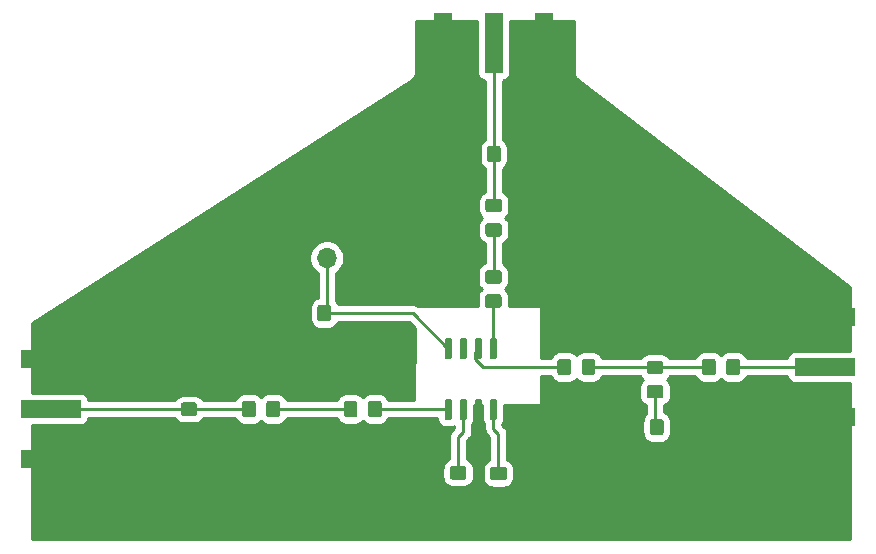
<source format=gbr>
G04 #@! TF.GenerationSoftware,KiCad,Pcbnew,(5.1.5)-3*
G04 #@! TF.CreationDate,2020-02-16T14:45:20-08:00*
G04 #@! TF.ProjectId,Down_Mixer_Rev2,446f776e-5f4d-4697-9865-725f52657632,rev?*
G04 #@! TF.SameCoordinates,Original*
G04 #@! TF.FileFunction,Copper,L1,Top*
G04 #@! TF.FilePolarity,Positive*
%FSLAX46Y46*%
G04 Gerber Fmt 4.6, Leading zero omitted, Abs format (unit mm)*
G04 Created by KiCad (PCBNEW (5.1.5)-3) date 2020-02-16 14:45:20*
%MOMM*%
%LPD*%
G04 APERTURE LIST*
%ADD10C,0.100000*%
%ADD11R,1.700000X1.700000*%
%ADD12O,1.700000X1.700000*%
%ADD13R,5.080000X1.500000*%
%ADD14R,1.500000X5.080000*%
%ADD15C,0.800000*%
%ADD16C,0.250000*%
%ADD17C,0.254000*%
G04 APERTURE END LIST*
G04 #@! TA.AperFunction,SMDPad,CuDef*
D10*
G36*
X100804505Y-84262204D02*
G01*
X100828773Y-84265804D01*
X100852572Y-84271765D01*
X100875671Y-84280030D01*
X100897850Y-84290520D01*
X100918893Y-84303132D01*
X100938599Y-84317747D01*
X100956777Y-84334223D01*
X100973253Y-84352401D01*
X100987868Y-84372107D01*
X101000480Y-84393150D01*
X101010970Y-84415329D01*
X101019235Y-84438428D01*
X101025196Y-84462227D01*
X101028796Y-84486495D01*
X101030000Y-84510999D01*
X101030000Y-85161001D01*
X101028796Y-85185505D01*
X101025196Y-85209773D01*
X101019235Y-85233572D01*
X101010970Y-85256671D01*
X101000480Y-85278850D01*
X100987868Y-85299893D01*
X100973253Y-85319599D01*
X100956777Y-85337777D01*
X100938599Y-85354253D01*
X100918893Y-85368868D01*
X100897850Y-85381480D01*
X100875671Y-85391970D01*
X100852572Y-85400235D01*
X100828773Y-85406196D01*
X100804505Y-85409796D01*
X100780001Y-85411000D01*
X99879999Y-85411000D01*
X99855495Y-85409796D01*
X99831227Y-85406196D01*
X99807428Y-85400235D01*
X99784329Y-85391970D01*
X99762150Y-85381480D01*
X99741107Y-85368868D01*
X99721401Y-85354253D01*
X99703223Y-85337777D01*
X99686747Y-85319599D01*
X99672132Y-85299893D01*
X99659520Y-85278850D01*
X99649030Y-85256671D01*
X99640765Y-85233572D01*
X99634804Y-85209773D01*
X99631204Y-85185505D01*
X99630000Y-85161001D01*
X99630000Y-84510999D01*
X99631204Y-84486495D01*
X99634804Y-84462227D01*
X99640765Y-84438428D01*
X99649030Y-84415329D01*
X99659520Y-84393150D01*
X99672132Y-84372107D01*
X99686747Y-84352401D01*
X99703223Y-84334223D01*
X99721401Y-84317747D01*
X99741107Y-84303132D01*
X99762150Y-84290520D01*
X99784329Y-84280030D01*
X99807428Y-84271765D01*
X99831227Y-84265804D01*
X99855495Y-84262204D01*
X99879999Y-84261000D01*
X100780001Y-84261000D01*
X100804505Y-84262204D01*
G37*
G04 #@! TD.AperFunction*
G04 #@! TA.AperFunction,SMDPad,CuDef*
G36*
X100804505Y-86312204D02*
G01*
X100828773Y-86315804D01*
X100852572Y-86321765D01*
X100875671Y-86330030D01*
X100897850Y-86340520D01*
X100918893Y-86353132D01*
X100938599Y-86367747D01*
X100956777Y-86384223D01*
X100973253Y-86402401D01*
X100987868Y-86422107D01*
X101000480Y-86443150D01*
X101010970Y-86465329D01*
X101019235Y-86488428D01*
X101025196Y-86512227D01*
X101028796Y-86536495D01*
X101030000Y-86560999D01*
X101030000Y-87211001D01*
X101028796Y-87235505D01*
X101025196Y-87259773D01*
X101019235Y-87283572D01*
X101010970Y-87306671D01*
X101000480Y-87328850D01*
X100987868Y-87349893D01*
X100973253Y-87369599D01*
X100956777Y-87387777D01*
X100938599Y-87404253D01*
X100918893Y-87418868D01*
X100897850Y-87431480D01*
X100875671Y-87441970D01*
X100852572Y-87450235D01*
X100828773Y-87456196D01*
X100804505Y-87459796D01*
X100780001Y-87461000D01*
X99879999Y-87461000D01*
X99855495Y-87459796D01*
X99831227Y-87456196D01*
X99807428Y-87450235D01*
X99784329Y-87441970D01*
X99762150Y-87431480D01*
X99741107Y-87418868D01*
X99721401Y-87404253D01*
X99703223Y-87387777D01*
X99686747Y-87369599D01*
X99672132Y-87349893D01*
X99659520Y-87328850D01*
X99649030Y-87306671D01*
X99640765Y-87283572D01*
X99634804Y-87259773D01*
X99631204Y-87235505D01*
X99630000Y-87211001D01*
X99630000Y-86560999D01*
X99631204Y-86536495D01*
X99634804Y-86512227D01*
X99640765Y-86488428D01*
X99649030Y-86465329D01*
X99659520Y-86443150D01*
X99672132Y-86422107D01*
X99686747Y-86402401D01*
X99703223Y-86384223D01*
X99721401Y-86367747D01*
X99741107Y-86353132D01*
X99762150Y-86340520D01*
X99784329Y-86330030D01*
X99807428Y-86321765D01*
X99831227Y-86315804D01*
X99855495Y-86312204D01*
X99879999Y-86311000D01*
X100780001Y-86311000D01*
X100804505Y-86312204D01*
G37*
G04 #@! TD.AperFunction*
G04 #@! TA.AperFunction,SMDPad,CuDef*
G36*
X116427505Y-84137204D02*
G01*
X116451773Y-84140804D01*
X116475572Y-84146765D01*
X116498671Y-84155030D01*
X116520850Y-84165520D01*
X116541893Y-84178132D01*
X116561599Y-84192747D01*
X116579777Y-84209223D01*
X116596253Y-84227401D01*
X116610868Y-84247107D01*
X116623480Y-84268150D01*
X116633970Y-84290329D01*
X116642235Y-84313428D01*
X116648196Y-84337227D01*
X116651796Y-84361495D01*
X116653000Y-84385999D01*
X116653000Y-85286001D01*
X116651796Y-85310505D01*
X116648196Y-85334773D01*
X116642235Y-85358572D01*
X116633970Y-85381671D01*
X116623480Y-85403850D01*
X116610868Y-85424893D01*
X116596253Y-85444599D01*
X116579777Y-85462777D01*
X116561599Y-85479253D01*
X116541893Y-85493868D01*
X116520850Y-85506480D01*
X116498671Y-85516970D01*
X116475572Y-85525235D01*
X116451773Y-85531196D01*
X116427505Y-85534796D01*
X116403001Y-85536000D01*
X115752999Y-85536000D01*
X115728495Y-85534796D01*
X115704227Y-85531196D01*
X115680428Y-85525235D01*
X115657329Y-85516970D01*
X115635150Y-85506480D01*
X115614107Y-85493868D01*
X115594401Y-85479253D01*
X115576223Y-85462777D01*
X115559747Y-85444599D01*
X115545132Y-85424893D01*
X115532520Y-85403850D01*
X115522030Y-85381671D01*
X115513765Y-85358572D01*
X115507804Y-85334773D01*
X115504204Y-85310505D01*
X115503000Y-85286001D01*
X115503000Y-84385999D01*
X115504204Y-84361495D01*
X115507804Y-84337227D01*
X115513765Y-84313428D01*
X115522030Y-84290329D01*
X115532520Y-84268150D01*
X115545132Y-84247107D01*
X115559747Y-84227401D01*
X115576223Y-84209223D01*
X115594401Y-84192747D01*
X115614107Y-84178132D01*
X115635150Y-84165520D01*
X115657329Y-84155030D01*
X115680428Y-84146765D01*
X115704227Y-84140804D01*
X115728495Y-84137204D01*
X115752999Y-84136000D01*
X116403001Y-84136000D01*
X116427505Y-84137204D01*
G37*
G04 #@! TD.AperFunction*
G04 #@! TA.AperFunction,SMDPad,CuDef*
G36*
X114377505Y-84137204D02*
G01*
X114401773Y-84140804D01*
X114425572Y-84146765D01*
X114448671Y-84155030D01*
X114470850Y-84165520D01*
X114491893Y-84178132D01*
X114511599Y-84192747D01*
X114529777Y-84209223D01*
X114546253Y-84227401D01*
X114560868Y-84247107D01*
X114573480Y-84268150D01*
X114583970Y-84290329D01*
X114592235Y-84313428D01*
X114598196Y-84337227D01*
X114601796Y-84361495D01*
X114603000Y-84385999D01*
X114603000Y-85286001D01*
X114601796Y-85310505D01*
X114598196Y-85334773D01*
X114592235Y-85358572D01*
X114583970Y-85381671D01*
X114573480Y-85403850D01*
X114560868Y-85424893D01*
X114546253Y-85444599D01*
X114529777Y-85462777D01*
X114511599Y-85479253D01*
X114491893Y-85493868D01*
X114470850Y-85506480D01*
X114448671Y-85516970D01*
X114425572Y-85525235D01*
X114401773Y-85531196D01*
X114377505Y-85534796D01*
X114353001Y-85536000D01*
X113702999Y-85536000D01*
X113678495Y-85534796D01*
X113654227Y-85531196D01*
X113630428Y-85525235D01*
X113607329Y-85516970D01*
X113585150Y-85506480D01*
X113564107Y-85493868D01*
X113544401Y-85479253D01*
X113526223Y-85462777D01*
X113509747Y-85444599D01*
X113495132Y-85424893D01*
X113482520Y-85403850D01*
X113472030Y-85381671D01*
X113463765Y-85358572D01*
X113457804Y-85334773D01*
X113454204Y-85310505D01*
X113453000Y-85286001D01*
X113453000Y-84385999D01*
X113454204Y-84361495D01*
X113457804Y-84337227D01*
X113463765Y-84313428D01*
X113472030Y-84290329D01*
X113482520Y-84268150D01*
X113495132Y-84247107D01*
X113509747Y-84227401D01*
X113526223Y-84209223D01*
X113544401Y-84192747D01*
X113564107Y-84178132D01*
X113585150Y-84165520D01*
X113607329Y-84155030D01*
X113630428Y-84146765D01*
X113654227Y-84140804D01*
X113678495Y-84137204D01*
X113702999Y-84136000D01*
X114353001Y-84136000D01*
X114377505Y-84137204D01*
G37*
G04 #@! TD.AperFunction*
G04 #@! TA.AperFunction,SMDPad,CuDef*
G36*
X123601005Y-89659704D02*
G01*
X123625273Y-89663304D01*
X123649072Y-89669265D01*
X123672171Y-89677530D01*
X123694350Y-89688020D01*
X123715393Y-89700632D01*
X123735099Y-89715247D01*
X123753277Y-89731723D01*
X123769753Y-89749901D01*
X123784368Y-89769607D01*
X123796980Y-89790650D01*
X123807470Y-89812829D01*
X123815735Y-89835928D01*
X123821696Y-89859727D01*
X123825296Y-89883995D01*
X123826500Y-89908499D01*
X123826500Y-90558501D01*
X123825296Y-90583005D01*
X123821696Y-90607273D01*
X123815735Y-90631072D01*
X123807470Y-90654171D01*
X123796980Y-90676350D01*
X123784368Y-90697393D01*
X123769753Y-90717099D01*
X123753277Y-90735277D01*
X123735099Y-90751753D01*
X123715393Y-90766368D01*
X123694350Y-90778980D01*
X123672171Y-90789470D01*
X123649072Y-90797735D01*
X123625273Y-90803696D01*
X123601005Y-90807296D01*
X123576501Y-90808500D01*
X122676499Y-90808500D01*
X122651995Y-90807296D01*
X122627727Y-90803696D01*
X122603928Y-90797735D01*
X122580829Y-90789470D01*
X122558650Y-90778980D01*
X122537607Y-90766368D01*
X122517901Y-90751753D01*
X122499723Y-90735277D01*
X122483247Y-90717099D01*
X122468632Y-90697393D01*
X122456020Y-90676350D01*
X122445530Y-90654171D01*
X122437265Y-90631072D01*
X122431304Y-90607273D01*
X122427704Y-90583005D01*
X122426500Y-90558501D01*
X122426500Y-89908499D01*
X122427704Y-89883995D01*
X122431304Y-89859727D01*
X122437265Y-89835928D01*
X122445530Y-89812829D01*
X122456020Y-89790650D01*
X122468632Y-89769607D01*
X122483247Y-89749901D01*
X122499723Y-89731723D01*
X122517901Y-89715247D01*
X122537607Y-89700632D01*
X122558650Y-89688020D01*
X122580829Y-89677530D01*
X122603928Y-89669265D01*
X122627727Y-89663304D01*
X122651995Y-89659704D01*
X122676499Y-89658500D01*
X123576501Y-89658500D01*
X123601005Y-89659704D01*
G37*
G04 #@! TD.AperFunction*
G04 #@! TA.AperFunction,SMDPad,CuDef*
G36*
X123601005Y-91709704D02*
G01*
X123625273Y-91713304D01*
X123649072Y-91719265D01*
X123672171Y-91727530D01*
X123694350Y-91738020D01*
X123715393Y-91750632D01*
X123735099Y-91765247D01*
X123753277Y-91781723D01*
X123769753Y-91799901D01*
X123784368Y-91819607D01*
X123796980Y-91840650D01*
X123807470Y-91862829D01*
X123815735Y-91885928D01*
X123821696Y-91909727D01*
X123825296Y-91933995D01*
X123826500Y-91958499D01*
X123826500Y-92608501D01*
X123825296Y-92633005D01*
X123821696Y-92657273D01*
X123815735Y-92681072D01*
X123807470Y-92704171D01*
X123796980Y-92726350D01*
X123784368Y-92747393D01*
X123769753Y-92767099D01*
X123753277Y-92785277D01*
X123735099Y-92801753D01*
X123715393Y-92816368D01*
X123694350Y-92828980D01*
X123672171Y-92839470D01*
X123649072Y-92847735D01*
X123625273Y-92853696D01*
X123601005Y-92857296D01*
X123576501Y-92858500D01*
X122676499Y-92858500D01*
X122651995Y-92857296D01*
X122627727Y-92853696D01*
X122603928Y-92847735D01*
X122580829Y-92839470D01*
X122558650Y-92828980D01*
X122537607Y-92816368D01*
X122517901Y-92801753D01*
X122499723Y-92785277D01*
X122483247Y-92767099D01*
X122468632Y-92747393D01*
X122456020Y-92726350D01*
X122445530Y-92704171D01*
X122437265Y-92681072D01*
X122431304Y-92657273D01*
X122427704Y-92633005D01*
X122426500Y-92608501D01*
X122426500Y-91958499D01*
X122427704Y-91933995D01*
X122431304Y-91909727D01*
X122437265Y-91885928D01*
X122445530Y-91862829D01*
X122456020Y-91840650D01*
X122468632Y-91819607D01*
X122483247Y-91799901D01*
X122499723Y-91781723D01*
X122517901Y-91765247D01*
X122537607Y-91750632D01*
X122558650Y-91738020D01*
X122580829Y-91727530D01*
X122603928Y-91719265D01*
X122627727Y-91713304D01*
X122651995Y-91709704D01*
X122676499Y-91708500D01*
X123576501Y-91708500D01*
X123601005Y-91709704D01*
G37*
G04 #@! TD.AperFunction*
G04 #@! TA.AperFunction,SMDPad,CuDef*
G36*
X110077505Y-76009204D02*
G01*
X110101773Y-76012804D01*
X110125572Y-76018765D01*
X110148671Y-76027030D01*
X110170850Y-76037520D01*
X110191893Y-76050132D01*
X110211599Y-76064747D01*
X110229777Y-76081223D01*
X110246253Y-76099401D01*
X110260868Y-76119107D01*
X110273480Y-76140150D01*
X110283970Y-76162329D01*
X110292235Y-76185428D01*
X110298196Y-76209227D01*
X110301796Y-76233495D01*
X110303000Y-76257999D01*
X110303000Y-77158001D01*
X110301796Y-77182505D01*
X110298196Y-77206773D01*
X110292235Y-77230572D01*
X110283970Y-77253671D01*
X110273480Y-77275850D01*
X110260868Y-77296893D01*
X110246253Y-77316599D01*
X110229777Y-77334777D01*
X110211599Y-77351253D01*
X110191893Y-77365868D01*
X110170850Y-77378480D01*
X110148671Y-77388970D01*
X110125572Y-77397235D01*
X110101773Y-77403196D01*
X110077505Y-77406796D01*
X110053001Y-77408000D01*
X109402999Y-77408000D01*
X109378495Y-77406796D01*
X109354227Y-77403196D01*
X109330428Y-77397235D01*
X109307329Y-77388970D01*
X109285150Y-77378480D01*
X109264107Y-77365868D01*
X109244401Y-77351253D01*
X109226223Y-77334777D01*
X109209747Y-77316599D01*
X109195132Y-77296893D01*
X109182520Y-77275850D01*
X109172030Y-77253671D01*
X109163765Y-77230572D01*
X109157804Y-77206773D01*
X109154204Y-77182505D01*
X109153000Y-77158001D01*
X109153000Y-76257999D01*
X109154204Y-76233495D01*
X109157804Y-76209227D01*
X109163765Y-76185428D01*
X109172030Y-76162329D01*
X109182520Y-76140150D01*
X109195132Y-76119107D01*
X109209747Y-76099401D01*
X109226223Y-76081223D01*
X109244401Y-76064747D01*
X109264107Y-76050132D01*
X109285150Y-76037520D01*
X109307329Y-76027030D01*
X109330428Y-76018765D01*
X109354227Y-76012804D01*
X109378495Y-76009204D01*
X109402999Y-76008000D01*
X110053001Y-76008000D01*
X110077505Y-76009204D01*
G37*
G04 #@! TD.AperFunction*
G04 #@! TA.AperFunction,SMDPad,CuDef*
G36*
X112127505Y-76009204D02*
G01*
X112151773Y-76012804D01*
X112175572Y-76018765D01*
X112198671Y-76027030D01*
X112220850Y-76037520D01*
X112241893Y-76050132D01*
X112261599Y-76064747D01*
X112279777Y-76081223D01*
X112296253Y-76099401D01*
X112310868Y-76119107D01*
X112323480Y-76140150D01*
X112333970Y-76162329D01*
X112342235Y-76185428D01*
X112348196Y-76209227D01*
X112351796Y-76233495D01*
X112353000Y-76257999D01*
X112353000Y-77158001D01*
X112351796Y-77182505D01*
X112348196Y-77206773D01*
X112342235Y-77230572D01*
X112333970Y-77253671D01*
X112323480Y-77275850D01*
X112310868Y-77296893D01*
X112296253Y-77316599D01*
X112279777Y-77334777D01*
X112261599Y-77351253D01*
X112241893Y-77365868D01*
X112220850Y-77378480D01*
X112198671Y-77388970D01*
X112175572Y-77397235D01*
X112151773Y-77403196D01*
X112127505Y-77406796D01*
X112103001Y-77408000D01*
X111452999Y-77408000D01*
X111428495Y-77406796D01*
X111404227Y-77403196D01*
X111380428Y-77397235D01*
X111357329Y-77388970D01*
X111335150Y-77378480D01*
X111314107Y-77365868D01*
X111294401Y-77351253D01*
X111276223Y-77334777D01*
X111259747Y-77316599D01*
X111245132Y-77296893D01*
X111232520Y-77275850D01*
X111222030Y-77253671D01*
X111213765Y-77230572D01*
X111207804Y-77206773D01*
X111204204Y-77182505D01*
X111203000Y-77158001D01*
X111203000Y-76257999D01*
X111204204Y-76233495D01*
X111207804Y-76209227D01*
X111213765Y-76185428D01*
X111222030Y-76162329D01*
X111232520Y-76140150D01*
X111245132Y-76119107D01*
X111259747Y-76099401D01*
X111276223Y-76081223D01*
X111294401Y-76064747D01*
X111314107Y-76050132D01*
X111335150Y-76037520D01*
X111357329Y-76027030D01*
X111380428Y-76018765D01*
X111404227Y-76012804D01*
X111428495Y-76009204D01*
X111452999Y-76008000D01*
X112103001Y-76008000D01*
X112127505Y-76009204D01*
G37*
G04 #@! TD.AperFunction*
G04 #@! TA.AperFunction,SMDPad,CuDef*
G36*
X144705105Y-80581204D02*
G01*
X144729373Y-80584804D01*
X144753172Y-80590765D01*
X144776271Y-80599030D01*
X144798450Y-80609520D01*
X144819493Y-80622132D01*
X144839199Y-80636747D01*
X144857377Y-80653223D01*
X144873853Y-80671401D01*
X144888468Y-80691107D01*
X144901080Y-80712150D01*
X144911570Y-80734329D01*
X144919835Y-80757428D01*
X144925796Y-80781227D01*
X144929396Y-80805495D01*
X144930600Y-80829999D01*
X144930600Y-81730001D01*
X144929396Y-81754505D01*
X144925796Y-81778773D01*
X144919835Y-81802572D01*
X144911570Y-81825671D01*
X144901080Y-81847850D01*
X144888468Y-81868893D01*
X144873853Y-81888599D01*
X144857377Y-81906777D01*
X144839199Y-81923253D01*
X144819493Y-81937868D01*
X144798450Y-81950480D01*
X144776271Y-81960970D01*
X144753172Y-81969235D01*
X144729373Y-81975196D01*
X144705105Y-81978796D01*
X144680601Y-81980000D01*
X144030599Y-81980000D01*
X144006095Y-81978796D01*
X143981827Y-81975196D01*
X143958028Y-81969235D01*
X143934929Y-81960970D01*
X143912750Y-81950480D01*
X143891707Y-81937868D01*
X143872001Y-81923253D01*
X143853823Y-81906777D01*
X143837347Y-81888599D01*
X143822732Y-81868893D01*
X143810120Y-81847850D01*
X143799630Y-81825671D01*
X143791365Y-81802572D01*
X143785404Y-81778773D01*
X143781804Y-81754505D01*
X143780600Y-81730001D01*
X143780600Y-80829999D01*
X143781804Y-80805495D01*
X143785404Y-80781227D01*
X143791365Y-80757428D01*
X143799630Y-80734329D01*
X143810120Y-80712150D01*
X143822732Y-80691107D01*
X143837347Y-80671401D01*
X143853823Y-80653223D01*
X143872001Y-80636747D01*
X143891707Y-80622132D01*
X143912750Y-80609520D01*
X143934929Y-80599030D01*
X143958028Y-80590765D01*
X143981827Y-80584804D01*
X144006095Y-80581204D01*
X144030599Y-80580000D01*
X144680601Y-80580000D01*
X144705105Y-80581204D01*
G37*
G04 #@! TD.AperFunction*
G04 #@! TA.AperFunction,SMDPad,CuDef*
G36*
X146755105Y-80581204D02*
G01*
X146779373Y-80584804D01*
X146803172Y-80590765D01*
X146826271Y-80599030D01*
X146848450Y-80609520D01*
X146869493Y-80622132D01*
X146889199Y-80636747D01*
X146907377Y-80653223D01*
X146923853Y-80671401D01*
X146938468Y-80691107D01*
X146951080Y-80712150D01*
X146961570Y-80734329D01*
X146969835Y-80757428D01*
X146975796Y-80781227D01*
X146979396Y-80805495D01*
X146980600Y-80829999D01*
X146980600Y-81730001D01*
X146979396Y-81754505D01*
X146975796Y-81778773D01*
X146969835Y-81802572D01*
X146961570Y-81825671D01*
X146951080Y-81847850D01*
X146938468Y-81868893D01*
X146923853Y-81888599D01*
X146907377Y-81906777D01*
X146889199Y-81923253D01*
X146869493Y-81937868D01*
X146848450Y-81950480D01*
X146826271Y-81960970D01*
X146803172Y-81969235D01*
X146779373Y-81975196D01*
X146755105Y-81978796D01*
X146730601Y-81980000D01*
X146080599Y-81980000D01*
X146056095Y-81978796D01*
X146031827Y-81975196D01*
X146008028Y-81969235D01*
X145984929Y-81960970D01*
X145962750Y-81950480D01*
X145941707Y-81937868D01*
X145922001Y-81923253D01*
X145903823Y-81906777D01*
X145887347Y-81888599D01*
X145872732Y-81868893D01*
X145860120Y-81847850D01*
X145849630Y-81825671D01*
X145841365Y-81802572D01*
X145835404Y-81778773D01*
X145831804Y-81754505D01*
X145830600Y-81730001D01*
X145830600Y-80829999D01*
X145831804Y-80805495D01*
X145835404Y-80781227D01*
X145841365Y-80757428D01*
X145849630Y-80734329D01*
X145860120Y-80712150D01*
X145872732Y-80691107D01*
X145887347Y-80671401D01*
X145903823Y-80653223D01*
X145922001Y-80636747D01*
X145941707Y-80622132D01*
X145962750Y-80609520D01*
X145984929Y-80599030D01*
X146008028Y-80590765D01*
X146031827Y-80584804D01*
X146056095Y-80581204D01*
X146080599Y-80580000D01*
X146730601Y-80580000D01*
X146755105Y-80581204D01*
G37*
G04 #@! TD.AperFunction*
G04 #@! TA.AperFunction,SMDPad,CuDef*
G36*
X134512305Y-80581204D02*
G01*
X134536573Y-80584804D01*
X134560372Y-80590765D01*
X134583471Y-80599030D01*
X134605650Y-80609520D01*
X134626693Y-80622132D01*
X134646399Y-80636747D01*
X134664577Y-80653223D01*
X134681053Y-80671401D01*
X134695668Y-80691107D01*
X134708280Y-80712150D01*
X134718770Y-80734329D01*
X134727035Y-80757428D01*
X134732996Y-80781227D01*
X134736596Y-80805495D01*
X134737800Y-80829999D01*
X134737800Y-81730001D01*
X134736596Y-81754505D01*
X134732996Y-81778773D01*
X134727035Y-81802572D01*
X134718770Y-81825671D01*
X134708280Y-81847850D01*
X134695668Y-81868893D01*
X134681053Y-81888599D01*
X134664577Y-81906777D01*
X134646399Y-81923253D01*
X134626693Y-81937868D01*
X134605650Y-81950480D01*
X134583471Y-81960970D01*
X134560372Y-81969235D01*
X134536573Y-81975196D01*
X134512305Y-81978796D01*
X134487801Y-81980000D01*
X133837799Y-81980000D01*
X133813295Y-81978796D01*
X133789027Y-81975196D01*
X133765228Y-81969235D01*
X133742129Y-81960970D01*
X133719950Y-81950480D01*
X133698907Y-81937868D01*
X133679201Y-81923253D01*
X133661023Y-81906777D01*
X133644547Y-81888599D01*
X133629932Y-81868893D01*
X133617320Y-81847850D01*
X133606830Y-81825671D01*
X133598565Y-81802572D01*
X133592604Y-81778773D01*
X133589004Y-81754505D01*
X133587800Y-81730001D01*
X133587800Y-80829999D01*
X133589004Y-80805495D01*
X133592604Y-80781227D01*
X133598565Y-80757428D01*
X133606830Y-80734329D01*
X133617320Y-80712150D01*
X133629932Y-80691107D01*
X133644547Y-80671401D01*
X133661023Y-80653223D01*
X133679201Y-80636747D01*
X133698907Y-80622132D01*
X133719950Y-80609520D01*
X133742129Y-80599030D01*
X133765228Y-80590765D01*
X133789027Y-80584804D01*
X133813295Y-80581204D01*
X133837799Y-80580000D01*
X134487801Y-80580000D01*
X134512305Y-80581204D01*
G37*
G04 #@! TD.AperFunction*
G04 #@! TA.AperFunction,SMDPad,CuDef*
G36*
X132462305Y-80581204D02*
G01*
X132486573Y-80584804D01*
X132510372Y-80590765D01*
X132533471Y-80599030D01*
X132555650Y-80609520D01*
X132576693Y-80622132D01*
X132596399Y-80636747D01*
X132614577Y-80653223D01*
X132631053Y-80671401D01*
X132645668Y-80691107D01*
X132658280Y-80712150D01*
X132668770Y-80734329D01*
X132677035Y-80757428D01*
X132682996Y-80781227D01*
X132686596Y-80805495D01*
X132687800Y-80829999D01*
X132687800Y-81730001D01*
X132686596Y-81754505D01*
X132682996Y-81778773D01*
X132677035Y-81802572D01*
X132668770Y-81825671D01*
X132658280Y-81847850D01*
X132645668Y-81868893D01*
X132631053Y-81888599D01*
X132614577Y-81906777D01*
X132596399Y-81923253D01*
X132576693Y-81937868D01*
X132555650Y-81950480D01*
X132533471Y-81960970D01*
X132510372Y-81969235D01*
X132486573Y-81975196D01*
X132462305Y-81978796D01*
X132437801Y-81980000D01*
X131787799Y-81980000D01*
X131763295Y-81978796D01*
X131739027Y-81975196D01*
X131715228Y-81969235D01*
X131692129Y-81960970D01*
X131669950Y-81950480D01*
X131648907Y-81937868D01*
X131629201Y-81923253D01*
X131611023Y-81906777D01*
X131594547Y-81888599D01*
X131579932Y-81868893D01*
X131567320Y-81847850D01*
X131556830Y-81825671D01*
X131548565Y-81802572D01*
X131542604Y-81778773D01*
X131539004Y-81754505D01*
X131537800Y-81730001D01*
X131537800Y-80829999D01*
X131539004Y-80805495D01*
X131542604Y-80781227D01*
X131548565Y-80757428D01*
X131556830Y-80734329D01*
X131567320Y-80712150D01*
X131579932Y-80691107D01*
X131594547Y-80671401D01*
X131611023Y-80653223D01*
X131629201Y-80636747D01*
X131648907Y-80622132D01*
X131669950Y-80609520D01*
X131692129Y-80599030D01*
X131715228Y-80590765D01*
X131739027Y-80584804D01*
X131763295Y-80581204D01*
X131787799Y-80580000D01*
X132437801Y-80580000D01*
X132462305Y-80581204D01*
G37*
G04 #@! TD.AperFunction*
G04 #@! TA.AperFunction,SMDPad,CuDef*
G36*
X126585505Y-73068204D02*
G01*
X126609773Y-73071804D01*
X126633572Y-73077765D01*
X126656671Y-73086030D01*
X126678850Y-73096520D01*
X126699893Y-73109132D01*
X126719599Y-73123747D01*
X126737777Y-73140223D01*
X126754253Y-73158401D01*
X126768868Y-73178107D01*
X126781480Y-73199150D01*
X126791970Y-73221329D01*
X126800235Y-73244428D01*
X126806196Y-73268227D01*
X126809796Y-73292495D01*
X126811000Y-73316999D01*
X126811000Y-73967001D01*
X126809796Y-73991505D01*
X126806196Y-74015773D01*
X126800235Y-74039572D01*
X126791970Y-74062671D01*
X126781480Y-74084850D01*
X126768868Y-74105893D01*
X126754253Y-74125599D01*
X126737777Y-74143777D01*
X126719599Y-74160253D01*
X126699893Y-74174868D01*
X126678850Y-74187480D01*
X126656671Y-74197970D01*
X126633572Y-74206235D01*
X126609773Y-74212196D01*
X126585505Y-74215796D01*
X126561001Y-74217000D01*
X125660999Y-74217000D01*
X125636495Y-74215796D01*
X125612227Y-74212196D01*
X125588428Y-74206235D01*
X125565329Y-74197970D01*
X125543150Y-74187480D01*
X125522107Y-74174868D01*
X125502401Y-74160253D01*
X125484223Y-74143777D01*
X125467747Y-74125599D01*
X125453132Y-74105893D01*
X125440520Y-74084850D01*
X125430030Y-74062671D01*
X125421765Y-74039572D01*
X125415804Y-74015773D01*
X125412204Y-73991505D01*
X125411000Y-73967001D01*
X125411000Y-73316999D01*
X125412204Y-73292495D01*
X125415804Y-73268227D01*
X125421765Y-73244428D01*
X125430030Y-73221329D01*
X125440520Y-73199150D01*
X125453132Y-73178107D01*
X125467747Y-73158401D01*
X125484223Y-73140223D01*
X125502401Y-73123747D01*
X125522107Y-73109132D01*
X125543150Y-73096520D01*
X125565329Y-73086030D01*
X125588428Y-73077765D01*
X125612227Y-73071804D01*
X125636495Y-73068204D01*
X125660999Y-73067000D01*
X126561001Y-73067000D01*
X126585505Y-73068204D01*
G37*
G04 #@! TD.AperFunction*
G04 #@! TA.AperFunction,SMDPad,CuDef*
G36*
X126585505Y-75118204D02*
G01*
X126609773Y-75121804D01*
X126633572Y-75127765D01*
X126656671Y-75136030D01*
X126678850Y-75146520D01*
X126699893Y-75159132D01*
X126719599Y-75173747D01*
X126737777Y-75190223D01*
X126754253Y-75208401D01*
X126768868Y-75228107D01*
X126781480Y-75249150D01*
X126791970Y-75271329D01*
X126800235Y-75294428D01*
X126806196Y-75318227D01*
X126809796Y-75342495D01*
X126811000Y-75366999D01*
X126811000Y-76017001D01*
X126809796Y-76041505D01*
X126806196Y-76065773D01*
X126800235Y-76089572D01*
X126791970Y-76112671D01*
X126781480Y-76134850D01*
X126768868Y-76155893D01*
X126754253Y-76175599D01*
X126737777Y-76193777D01*
X126719599Y-76210253D01*
X126699893Y-76224868D01*
X126678850Y-76237480D01*
X126656671Y-76247970D01*
X126633572Y-76256235D01*
X126609773Y-76262196D01*
X126585505Y-76265796D01*
X126561001Y-76267000D01*
X125660999Y-76267000D01*
X125636495Y-76265796D01*
X125612227Y-76262196D01*
X125588428Y-76256235D01*
X125565329Y-76247970D01*
X125543150Y-76237480D01*
X125522107Y-76224868D01*
X125502401Y-76210253D01*
X125484223Y-76193777D01*
X125467747Y-76175599D01*
X125453132Y-76155893D01*
X125440520Y-76134850D01*
X125430030Y-76112671D01*
X125421765Y-76089572D01*
X125415804Y-76065773D01*
X125412204Y-76041505D01*
X125411000Y-76017001D01*
X125411000Y-75366999D01*
X125412204Y-75342495D01*
X125415804Y-75318227D01*
X125421765Y-75294428D01*
X125430030Y-75271329D01*
X125440520Y-75249150D01*
X125453132Y-75228107D01*
X125467747Y-75208401D01*
X125484223Y-75190223D01*
X125502401Y-75173747D01*
X125522107Y-75159132D01*
X125543150Y-75146520D01*
X125565329Y-75136030D01*
X125588428Y-75127765D01*
X125612227Y-75121804D01*
X125636495Y-75118204D01*
X125660999Y-75117000D01*
X126561001Y-75117000D01*
X126585505Y-75118204D01*
G37*
G04 #@! TD.AperFunction*
G04 #@! TA.AperFunction,SMDPad,CuDef*
G36*
X127017305Y-89697804D02*
G01*
X127041573Y-89701404D01*
X127065372Y-89707365D01*
X127088471Y-89715630D01*
X127110650Y-89726120D01*
X127131693Y-89738732D01*
X127151399Y-89753347D01*
X127169577Y-89769823D01*
X127186053Y-89788001D01*
X127200668Y-89807707D01*
X127213280Y-89828750D01*
X127223770Y-89850929D01*
X127232035Y-89874028D01*
X127237996Y-89897827D01*
X127241596Y-89922095D01*
X127242800Y-89946599D01*
X127242800Y-90596601D01*
X127241596Y-90621105D01*
X127237996Y-90645373D01*
X127232035Y-90669172D01*
X127223770Y-90692271D01*
X127213280Y-90714450D01*
X127200668Y-90735493D01*
X127186053Y-90755199D01*
X127169577Y-90773377D01*
X127151399Y-90789853D01*
X127131693Y-90804468D01*
X127110650Y-90817080D01*
X127088471Y-90827570D01*
X127065372Y-90835835D01*
X127041573Y-90841796D01*
X127017305Y-90845396D01*
X126992801Y-90846600D01*
X126092799Y-90846600D01*
X126068295Y-90845396D01*
X126044027Y-90841796D01*
X126020228Y-90835835D01*
X125997129Y-90827570D01*
X125974950Y-90817080D01*
X125953907Y-90804468D01*
X125934201Y-90789853D01*
X125916023Y-90773377D01*
X125899547Y-90755199D01*
X125884932Y-90735493D01*
X125872320Y-90714450D01*
X125861830Y-90692271D01*
X125853565Y-90669172D01*
X125847604Y-90645373D01*
X125844004Y-90621105D01*
X125842800Y-90596601D01*
X125842800Y-89946599D01*
X125844004Y-89922095D01*
X125847604Y-89897827D01*
X125853565Y-89874028D01*
X125861830Y-89850929D01*
X125872320Y-89828750D01*
X125884932Y-89807707D01*
X125899547Y-89788001D01*
X125916023Y-89769823D01*
X125934201Y-89753347D01*
X125953907Y-89738732D01*
X125974950Y-89726120D01*
X125997129Y-89715630D01*
X126020228Y-89707365D01*
X126044027Y-89701404D01*
X126068295Y-89697804D01*
X126092799Y-89696600D01*
X126992801Y-89696600D01*
X127017305Y-89697804D01*
G37*
G04 #@! TD.AperFunction*
G04 #@! TA.AperFunction,SMDPad,CuDef*
G36*
X127017305Y-91747804D02*
G01*
X127041573Y-91751404D01*
X127065372Y-91757365D01*
X127088471Y-91765630D01*
X127110650Y-91776120D01*
X127131693Y-91788732D01*
X127151399Y-91803347D01*
X127169577Y-91819823D01*
X127186053Y-91838001D01*
X127200668Y-91857707D01*
X127213280Y-91878750D01*
X127223770Y-91900929D01*
X127232035Y-91924028D01*
X127237996Y-91947827D01*
X127241596Y-91972095D01*
X127242800Y-91996599D01*
X127242800Y-92646601D01*
X127241596Y-92671105D01*
X127237996Y-92695373D01*
X127232035Y-92719172D01*
X127223770Y-92742271D01*
X127213280Y-92764450D01*
X127200668Y-92785493D01*
X127186053Y-92805199D01*
X127169577Y-92823377D01*
X127151399Y-92839853D01*
X127131693Y-92854468D01*
X127110650Y-92867080D01*
X127088471Y-92877570D01*
X127065372Y-92885835D01*
X127041573Y-92891796D01*
X127017305Y-92895396D01*
X126992801Y-92896600D01*
X126092799Y-92896600D01*
X126068295Y-92895396D01*
X126044027Y-92891796D01*
X126020228Y-92885835D01*
X125997129Y-92877570D01*
X125974950Y-92867080D01*
X125953907Y-92854468D01*
X125934201Y-92839853D01*
X125916023Y-92823377D01*
X125899547Y-92805199D01*
X125884932Y-92785493D01*
X125872320Y-92764450D01*
X125861830Y-92742271D01*
X125853565Y-92719172D01*
X125847604Y-92695373D01*
X125844004Y-92671105D01*
X125842800Y-92646601D01*
X125842800Y-91996599D01*
X125844004Y-91972095D01*
X125847604Y-91947827D01*
X125853565Y-91924028D01*
X125861830Y-91900929D01*
X125872320Y-91878750D01*
X125884932Y-91857707D01*
X125899547Y-91838001D01*
X125916023Y-91819823D01*
X125934201Y-91803347D01*
X125953907Y-91788732D01*
X125974950Y-91776120D01*
X125997129Y-91765630D01*
X126020228Y-91757365D01*
X126044027Y-91751404D01*
X126068295Y-91747804D01*
X126092799Y-91746600D01*
X126992801Y-91746600D01*
X127017305Y-91747804D01*
G37*
G04 #@! TD.AperFunction*
G04 #@! TA.AperFunction,SMDPad,CuDef*
G36*
X124453905Y-62547204D02*
G01*
X124478173Y-62550804D01*
X124501972Y-62556765D01*
X124525071Y-62565030D01*
X124547250Y-62575520D01*
X124568293Y-62588132D01*
X124587999Y-62602747D01*
X124606177Y-62619223D01*
X124622653Y-62637401D01*
X124637268Y-62657107D01*
X124649880Y-62678150D01*
X124660370Y-62700329D01*
X124668635Y-62723428D01*
X124674596Y-62747227D01*
X124678196Y-62771495D01*
X124679400Y-62795999D01*
X124679400Y-63696001D01*
X124678196Y-63720505D01*
X124674596Y-63744773D01*
X124668635Y-63768572D01*
X124660370Y-63791671D01*
X124649880Y-63813850D01*
X124637268Y-63834893D01*
X124622653Y-63854599D01*
X124606177Y-63872777D01*
X124587999Y-63889253D01*
X124568293Y-63903868D01*
X124547250Y-63916480D01*
X124525071Y-63926970D01*
X124501972Y-63935235D01*
X124478173Y-63941196D01*
X124453905Y-63944796D01*
X124429401Y-63946000D01*
X123779399Y-63946000D01*
X123754895Y-63944796D01*
X123730627Y-63941196D01*
X123706828Y-63935235D01*
X123683729Y-63926970D01*
X123661550Y-63916480D01*
X123640507Y-63903868D01*
X123620801Y-63889253D01*
X123602623Y-63872777D01*
X123586147Y-63854599D01*
X123571532Y-63834893D01*
X123558920Y-63813850D01*
X123548430Y-63791671D01*
X123540165Y-63768572D01*
X123534204Y-63744773D01*
X123530604Y-63720505D01*
X123529400Y-63696001D01*
X123529400Y-62795999D01*
X123530604Y-62771495D01*
X123534204Y-62747227D01*
X123540165Y-62723428D01*
X123548430Y-62700329D01*
X123558920Y-62678150D01*
X123571532Y-62657107D01*
X123586147Y-62637401D01*
X123602623Y-62619223D01*
X123620801Y-62602747D01*
X123640507Y-62588132D01*
X123661550Y-62575520D01*
X123683729Y-62565030D01*
X123706828Y-62556765D01*
X123730627Y-62550804D01*
X123754895Y-62547204D01*
X123779399Y-62546000D01*
X124429401Y-62546000D01*
X124453905Y-62547204D01*
G37*
G04 #@! TD.AperFunction*
G04 #@! TA.AperFunction,SMDPad,CuDef*
G36*
X126503905Y-62547204D02*
G01*
X126528173Y-62550804D01*
X126551972Y-62556765D01*
X126575071Y-62565030D01*
X126597250Y-62575520D01*
X126618293Y-62588132D01*
X126637999Y-62602747D01*
X126656177Y-62619223D01*
X126672653Y-62637401D01*
X126687268Y-62657107D01*
X126699880Y-62678150D01*
X126710370Y-62700329D01*
X126718635Y-62723428D01*
X126724596Y-62747227D01*
X126728196Y-62771495D01*
X126729400Y-62795999D01*
X126729400Y-63696001D01*
X126728196Y-63720505D01*
X126724596Y-63744773D01*
X126718635Y-63768572D01*
X126710370Y-63791671D01*
X126699880Y-63813850D01*
X126687268Y-63834893D01*
X126672653Y-63854599D01*
X126656177Y-63872777D01*
X126637999Y-63889253D01*
X126618293Y-63903868D01*
X126597250Y-63916480D01*
X126575071Y-63926970D01*
X126551972Y-63935235D01*
X126528173Y-63941196D01*
X126503905Y-63944796D01*
X126479401Y-63946000D01*
X125829399Y-63946000D01*
X125804895Y-63944796D01*
X125780627Y-63941196D01*
X125756828Y-63935235D01*
X125733729Y-63926970D01*
X125711550Y-63916480D01*
X125690507Y-63903868D01*
X125670801Y-63889253D01*
X125652623Y-63872777D01*
X125636147Y-63854599D01*
X125621532Y-63834893D01*
X125608920Y-63813850D01*
X125598430Y-63791671D01*
X125590165Y-63768572D01*
X125584204Y-63744773D01*
X125580604Y-63720505D01*
X125579400Y-63696001D01*
X125579400Y-62795999D01*
X125580604Y-62771495D01*
X125584204Y-62747227D01*
X125590165Y-62723428D01*
X125598430Y-62700329D01*
X125608920Y-62678150D01*
X125621532Y-62657107D01*
X125636147Y-62637401D01*
X125652623Y-62619223D01*
X125670801Y-62602747D01*
X125690507Y-62588132D01*
X125711550Y-62575520D01*
X125733729Y-62565030D01*
X125756828Y-62556765D01*
X125780627Y-62550804D01*
X125804895Y-62547204D01*
X125829399Y-62546000D01*
X126479401Y-62546000D01*
X126503905Y-62547204D01*
G37*
G04 #@! TD.AperFunction*
G04 #@! TA.AperFunction,SMDPad,CuDef*
G36*
X107809505Y-84137204D02*
G01*
X107833773Y-84140804D01*
X107857572Y-84146765D01*
X107880671Y-84155030D01*
X107902850Y-84165520D01*
X107923893Y-84178132D01*
X107943599Y-84192747D01*
X107961777Y-84209223D01*
X107978253Y-84227401D01*
X107992868Y-84247107D01*
X108005480Y-84268150D01*
X108015970Y-84290329D01*
X108024235Y-84313428D01*
X108030196Y-84337227D01*
X108033796Y-84361495D01*
X108035000Y-84385999D01*
X108035000Y-85286001D01*
X108033796Y-85310505D01*
X108030196Y-85334773D01*
X108024235Y-85358572D01*
X108015970Y-85381671D01*
X108005480Y-85403850D01*
X107992868Y-85424893D01*
X107978253Y-85444599D01*
X107961777Y-85462777D01*
X107943599Y-85479253D01*
X107923893Y-85493868D01*
X107902850Y-85506480D01*
X107880671Y-85516970D01*
X107857572Y-85525235D01*
X107833773Y-85531196D01*
X107809505Y-85534796D01*
X107785001Y-85536000D01*
X107134999Y-85536000D01*
X107110495Y-85534796D01*
X107086227Y-85531196D01*
X107062428Y-85525235D01*
X107039329Y-85516970D01*
X107017150Y-85506480D01*
X106996107Y-85493868D01*
X106976401Y-85479253D01*
X106958223Y-85462777D01*
X106941747Y-85444599D01*
X106927132Y-85424893D01*
X106914520Y-85403850D01*
X106904030Y-85381671D01*
X106895765Y-85358572D01*
X106889804Y-85334773D01*
X106886204Y-85310505D01*
X106885000Y-85286001D01*
X106885000Y-84385999D01*
X106886204Y-84361495D01*
X106889804Y-84337227D01*
X106895765Y-84313428D01*
X106904030Y-84290329D01*
X106914520Y-84268150D01*
X106927132Y-84247107D01*
X106941747Y-84227401D01*
X106958223Y-84209223D01*
X106976401Y-84192747D01*
X106996107Y-84178132D01*
X107017150Y-84165520D01*
X107039329Y-84155030D01*
X107062428Y-84146765D01*
X107086227Y-84140804D01*
X107110495Y-84137204D01*
X107134999Y-84136000D01*
X107785001Y-84136000D01*
X107809505Y-84137204D01*
G37*
G04 #@! TD.AperFunction*
G04 #@! TA.AperFunction,SMDPad,CuDef*
G36*
X105759505Y-84137204D02*
G01*
X105783773Y-84140804D01*
X105807572Y-84146765D01*
X105830671Y-84155030D01*
X105852850Y-84165520D01*
X105873893Y-84178132D01*
X105893599Y-84192747D01*
X105911777Y-84209223D01*
X105928253Y-84227401D01*
X105942868Y-84247107D01*
X105955480Y-84268150D01*
X105965970Y-84290329D01*
X105974235Y-84313428D01*
X105980196Y-84337227D01*
X105983796Y-84361495D01*
X105985000Y-84385999D01*
X105985000Y-85286001D01*
X105983796Y-85310505D01*
X105980196Y-85334773D01*
X105974235Y-85358572D01*
X105965970Y-85381671D01*
X105955480Y-85403850D01*
X105942868Y-85424893D01*
X105928253Y-85444599D01*
X105911777Y-85462777D01*
X105893599Y-85479253D01*
X105873893Y-85493868D01*
X105852850Y-85506480D01*
X105830671Y-85516970D01*
X105807572Y-85525235D01*
X105783773Y-85531196D01*
X105759505Y-85534796D01*
X105735001Y-85536000D01*
X105084999Y-85536000D01*
X105060495Y-85534796D01*
X105036227Y-85531196D01*
X105012428Y-85525235D01*
X104989329Y-85516970D01*
X104967150Y-85506480D01*
X104946107Y-85493868D01*
X104926401Y-85479253D01*
X104908223Y-85462777D01*
X104891747Y-85444599D01*
X104877132Y-85424893D01*
X104864520Y-85403850D01*
X104854030Y-85381671D01*
X104845765Y-85358572D01*
X104839804Y-85334773D01*
X104836204Y-85310505D01*
X104835000Y-85286001D01*
X104835000Y-84385999D01*
X104836204Y-84361495D01*
X104839804Y-84337227D01*
X104845765Y-84313428D01*
X104854030Y-84290329D01*
X104864520Y-84268150D01*
X104877132Y-84247107D01*
X104891747Y-84227401D01*
X104908223Y-84209223D01*
X104926401Y-84192747D01*
X104946107Y-84178132D01*
X104967150Y-84165520D01*
X104989329Y-84155030D01*
X105012428Y-84146765D01*
X105036227Y-84140804D01*
X105060495Y-84137204D01*
X105084999Y-84136000D01*
X105735001Y-84136000D01*
X105759505Y-84137204D01*
G37*
G04 #@! TD.AperFunction*
G04 #@! TA.AperFunction,SMDPad,CuDef*
G36*
X140276105Y-82789004D02*
G01*
X140300373Y-82792604D01*
X140324172Y-82798565D01*
X140347271Y-82806830D01*
X140369450Y-82817320D01*
X140390493Y-82829932D01*
X140410199Y-82844547D01*
X140428377Y-82861023D01*
X140444853Y-82879201D01*
X140459468Y-82898907D01*
X140472080Y-82919950D01*
X140482570Y-82942129D01*
X140490835Y-82965228D01*
X140496796Y-82989027D01*
X140500396Y-83013295D01*
X140501600Y-83037799D01*
X140501600Y-83687801D01*
X140500396Y-83712305D01*
X140496796Y-83736573D01*
X140490835Y-83760372D01*
X140482570Y-83783471D01*
X140472080Y-83805650D01*
X140459468Y-83826693D01*
X140444853Y-83846399D01*
X140428377Y-83864577D01*
X140410199Y-83881053D01*
X140390493Y-83895668D01*
X140369450Y-83908280D01*
X140347271Y-83918770D01*
X140324172Y-83927035D01*
X140300373Y-83932996D01*
X140276105Y-83936596D01*
X140251601Y-83937800D01*
X139351599Y-83937800D01*
X139327095Y-83936596D01*
X139302827Y-83932996D01*
X139279028Y-83927035D01*
X139255929Y-83918770D01*
X139233750Y-83908280D01*
X139212707Y-83895668D01*
X139193001Y-83881053D01*
X139174823Y-83864577D01*
X139158347Y-83846399D01*
X139143732Y-83826693D01*
X139131120Y-83805650D01*
X139120630Y-83783471D01*
X139112365Y-83760372D01*
X139106404Y-83736573D01*
X139102804Y-83712305D01*
X139101600Y-83687801D01*
X139101600Y-83037799D01*
X139102804Y-83013295D01*
X139106404Y-82989027D01*
X139112365Y-82965228D01*
X139120630Y-82942129D01*
X139131120Y-82919950D01*
X139143732Y-82898907D01*
X139158347Y-82879201D01*
X139174823Y-82861023D01*
X139193001Y-82844547D01*
X139212707Y-82829932D01*
X139233750Y-82817320D01*
X139255929Y-82806830D01*
X139279028Y-82798565D01*
X139302827Y-82792604D01*
X139327095Y-82789004D01*
X139351599Y-82787800D01*
X140251601Y-82787800D01*
X140276105Y-82789004D01*
G37*
G04 #@! TD.AperFunction*
G04 #@! TA.AperFunction,SMDPad,CuDef*
G36*
X140276105Y-80739004D02*
G01*
X140300373Y-80742604D01*
X140324172Y-80748565D01*
X140347271Y-80756830D01*
X140369450Y-80767320D01*
X140390493Y-80779932D01*
X140410199Y-80794547D01*
X140428377Y-80811023D01*
X140444853Y-80829201D01*
X140459468Y-80848907D01*
X140472080Y-80869950D01*
X140482570Y-80892129D01*
X140490835Y-80915228D01*
X140496796Y-80939027D01*
X140500396Y-80963295D01*
X140501600Y-80987799D01*
X140501600Y-81637801D01*
X140500396Y-81662305D01*
X140496796Y-81686573D01*
X140490835Y-81710372D01*
X140482570Y-81733471D01*
X140472080Y-81755650D01*
X140459468Y-81776693D01*
X140444853Y-81796399D01*
X140428377Y-81814577D01*
X140410199Y-81831053D01*
X140390493Y-81845668D01*
X140369450Y-81858280D01*
X140347271Y-81868770D01*
X140324172Y-81877035D01*
X140300373Y-81882996D01*
X140276105Y-81886596D01*
X140251601Y-81887800D01*
X139351599Y-81887800D01*
X139327095Y-81886596D01*
X139302827Y-81882996D01*
X139279028Y-81877035D01*
X139255929Y-81868770D01*
X139233750Y-81858280D01*
X139212707Y-81845668D01*
X139193001Y-81831053D01*
X139174823Y-81814577D01*
X139158347Y-81796399D01*
X139143732Y-81776693D01*
X139131120Y-81755650D01*
X139120630Y-81733471D01*
X139112365Y-81710372D01*
X139106404Y-81686573D01*
X139102804Y-81662305D01*
X139101600Y-81637801D01*
X139101600Y-80987799D01*
X139102804Y-80963295D01*
X139106404Y-80939027D01*
X139112365Y-80915228D01*
X139120630Y-80892129D01*
X139131120Y-80869950D01*
X139143732Y-80848907D01*
X139158347Y-80829201D01*
X139174823Y-80811023D01*
X139193001Y-80794547D01*
X139212707Y-80779932D01*
X139233750Y-80767320D01*
X139255929Y-80756830D01*
X139279028Y-80748565D01*
X139302827Y-80742604D01*
X139327095Y-80739004D01*
X139351599Y-80737800D01*
X140251601Y-80737800D01*
X140276105Y-80739004D01*
G37*
G04 #@! TD.AperFunction*
G04 #@! TA.AperFunction,SMDPad,CuDef*
G36*
X126610905Y-67032004D02*
G01*
X126635173Y-67035604D01*
X126658972Y-67041565D01*
X126682071Y-67049830D01*
X126704250Y-67060320D01*
X126725293Y-67072932D01*
X126744999Y-67087547D01*
X126763177Y-67104023D01*
X126779653Y-67122201D01*
X126794268Y-67141907D01*
X126806880Y-67162950D01*
X126817370Y-67185129D01*
X126825635Y-67208228D01*
X126831596Y-67232027D01*
X126835196Y-67256295D01*
X126836400Y-67280799D01*
X126836400Y-67930801D01*
X126835196Y-67955305D01*
X126831596Y-67979573D01*
X126825635Y-68003372D01*
X126817370Y-68026471D01*
X126806880Y-68048650D01*
X126794268Y-68069693D01*
X126779653Y-68089399D01*
X126763177Y-68107577D01*
X126744999Y-68124053D01*
X126725293Y-68138668D01*
X126704250Y-68151280D01*
X126682071Y-68161770D01*
X126658972Y-68170035D01*
X126635173Y-68175996D01*
X126610905Y-68179596D01*
X126586401Y-68180800D01*
X125686399Y-68180800D01*
X125661895Y-68179596D01*
X125637627Y-68175996D01*
X125613828Y-68170035D01*
X125590729Y-68161770D01*
X125568550Y-68151280D01*
X125547507Y-68138668D01*
X125527801Y-68124053D01*
X125509623Y-68107577D01*
X125493147Y-68089399D01*
X125478532Y-68069693D01*
X125465920Y-68048650D01*
X125455430Y-68026471D01*
X125447165Y-68003372D01*
X125441204Y-67979573D01*
X125437604Y-67955305D01*
X125436400Y-67930801D01*
X125436400Y-67280799D01*
X125437604Y-67256295D01*
X125441204Y-67232027D01*
X125447165Y-67208228D01*
X125455430Y-67185129D01*
X125465920Y-67162950D01*
X125478532Y-67141907D01*
X125493147Y-67122201D01*
X125509623Y-67104023D01*
X125527801Y-67087547D01*
X125547507Y-67072932D01*
X125568550Y-67060320D01*
X125590729Y-67049830D01*
X125613828Y-67041565D01*
X125637627Y-67035604D01*
X125661895Y-67032004D01*
X125686399Y-67030800D01*
X126586401Y-67030800D01*
X126610905Y-67032004D01*
G37*
G04 #@! TD.AperFunction*
G04 #@! TA.AperFunction,SMDPad,CuDef*
G36*
X126610905Y-69082004D02*
G01*
X126635173Y-69085604D01*
X126658972Y-69091565D01*
X126682071Y-69099830D01*
X126704250Y-69110320D01*
X126725293Y-69122932D01*
X126744999Y-69137547D01*
X126763177Y-69154023D01*
X126779653Y-69172201D01*
X126794268Y-69191907D01*
X126806880Y-69212950D01*
X126817370Y-69235129D01*
X126825635Y-69258228D01*
X126831596Y-69282027D01*
X126835196Y-69306295D01*
X126836400Y-69330799D01*
X126836400Y-69980801D01*
X126835196Y-70005305D01*
X126831596Y-70029573D01*
X126825635Y-70053372D01*
X126817370Y-70076471D01*
X126806880Y-70098650D01*
X126794268Y-70119693D01*
X126779653Y-70139399D01*
X126763177Y-70157577D01*
X126744999Y-70174053D01*
X126725293Y-70188668D01*
X126704250Y-70201280D01*
X126682071Y-70211770D01*
X126658972Y-70220035D01*
X126635173Y-70225996D01*
X126610905Y-70229596D01*
X126586401Y-70230800D01*
X125686399Y-70230800D01*
X125661895Y-70229596D01*
X125637627Y-70225996D01*
X125613828Y-70220035D01*
X125590729Y-70211770D01*
X125568550Y-70201280D01*
X125547507Y-70188668D01*
X125527801Y-70174053D01*
X125509623Y-70157577D01*
X125493147Y-70139399D01*
X125478532Y-70119693D01*
X125465920Y-70098650D01*
X125455430Y-70076471D01*
X125447165Y-70053372D01*
X125441204Y-70029573D01*
X125437604Y-70005305D01*
X125436400Y-69980801D01*
X125436400Y-69330799D01*
X125437604Y-69306295D01*
X125441204Y-69282027D01*
X125447165Y-69258228D01*
X125455430Y-69235129D01*
X125465920Y-69212950D01*
X125478532Y-69191907D01*
X125493147Y-69172201D01*
X125509623Y-69154023D01*
X125527801Y-69137547D01*
X125547507Y-69122932D01*
X125568550Y-69110320D01*
X125590729Y-69099830D01*
X125613828Y-69091565D01*
X125637627Y-69085604D01*
X125661895Y-69082004D01*
X125686399Y-69080800D01*
X126586401Y-69080800D01*
X126610905Y-69082004D01*
G37*
G04 #@! TD.AperFunction*
G04 #@! TA.AperFunction,SMDPad,CuDef*
G36*
X140294505Y-85661204D02*
G01*
X140318773Y-85664804D01*
X140342572Y-85670765D01*
X140365671Y-85679030D01*
X140387850Y-85689520D01*
X140408893Y-85702132D01*
X140428599Y-85716747D01*
X140446777Y-85733223D01*
X140463253Y-85751401D01*
X140477868Y-85771107D01*
X140490480Y-85792150D01*
X140500970Y-85814329D01*
X140509235Y-85837428D01*
X140515196Y-85861227D01*
X140518796Y-85885495D01*
X140520000Y-85909999D01*
X140520000Y-86810001D01*
X140518796Y-86834505D01*
X140515196Y-86858773D01*
X140509235Y-86882572D01*
X140500970Y-86905671D01*
X140490480Y-86927850D01*
X140477868Y-86948893D01*
X140463253Y-86968599D01*
X140446777Y-86986777D01*
X140428599Y-87003253D01*
X140408893Y-87017868D01*
X140387850Y-87030480D01*
X140365671Y-87040970D01*
X140342572Y-87049235D01*
X140318773Y-87055196D01*
X140294505Y-87058796D01*
X140270001Y-87060000D01*
X139619999Y-87060000D01*
X139595495Y-87058796D01*
X139571227Y-87055196D01*
X139547428Y-87049235D01*
X139524329Y-87040970D01*
X139502150Y-87030480D01*
X139481107Y-87017868D01*
X139461401Y-87003253D01*
X139443223Y-86986777D01*
X139426747Y-86968599D01*
X139412132Y-86948893D01*
X139399520Y-86927850D01*
X139389030Y-86905671D01*
X139380765Y-86882572D01*
X139374804Y-86858773D01*
X139371204Y-86834505D01*
X139370000Y-86810001D01*
X139370000Y-85909999D01*
X139371204Y-85885495D01*
X139374804Y-85861227D01*
X139380765Y-85837428D01*
X139389030Y-85814329D01*
X139399520Y-85792150D01*
X139412132Y-85771107D01*
X139426747Y-85751401D01*
X139443223Y-85733223D01*
X139461401Y-85716747D01*
X139481107Y-85702132D01*
X139502150Y-85689520D01*
X139524329Y-85679030D01*
X139547428Y-85670765D01*
X139571227Y-85664804D01*
X139595495Y-85661204D01*
X139619999Y-85660000D01*
X140270001Y-85660000D01*
X140294505Y-85661204D01*
G37*
G04 #@! TD.AperFunction*
G04 #@! TA.AperFunction,SMDPad,CuDef*
G36*
X142344505Y-85661204D02*
G01*
X142368773Y-85664804D01*
X142392572Y-85670765D01*
X142415671Y-85679030D01*
X142437850Y-85689520D01*
X142458893Y-85702132D01*
X142478599Y-85716747D01*
X142496777Y-85733223D01*
X142513253Y-85751401D01*
X142527868Y-85771107D01*
X142540480Y-85792150D01*
X142550970Y-85814329D01*
X142559235Y-85837428D01*
X142565196Y-85861227D01*
X142568796Y-85885495D01*
X142570000Y-85909999D01*
X142570000Y-86810001D01*
X142568796Y-86834505D01*
X142565196Y-86858773D01*
X142559235Y-86882572D01*
X142550970Y-86905671D01*
X142540480Y-86927850D01*
X142527868Y-86948893D01*
X142513253Y-86968599D01*
X142496777Y-86986777D01*
X142478599Y-87003253D01*
X142458893Y-87017868D01*
X142437850Y-87030480D01*
X142415671Y-87040970D01*
X142392572Y-87049235D01*
X142368773Y-87055196D01*
X142344505Y-87058796D01*
X142320001Y-87060000D01*
X141669999Y-87060000D01*
X141645495Y-87058796D01*
X141621227Y-87055196D01*
X141597428Y-87049235D01*
X141574329Y-87040970D01*
X141552150Y-87030480D01*
X141531107Y-87017868D01*
X141511401Y-87003253D01*
X141493223Y-86986777D01*
X141476747Y-86968599D01*
X141462132Y-86948893D01*
X141449520Y-86927850D01*
X141439030Y-86905671D01*
X141430765Y-86882572D01*
X141424804Y-86858773D01*
X141421204Y-86834505D01*
X141420000Y-86810001D01*
X141420000Y-85909999D01*
X141421204Y-85885495D01*
X141424804Y-85861227D01*
X141430765Y-85837428D01*
X141439030Y-85814329D01*
X141449520Y-85792150D01*
X141462132Y-85771107D01*
X141476747Y-85751401D01*
X141493223Y-85733223D01*
X141511401Y-85716747D01*
X141531107Y-85702132D01*
X141552150Y-85689520D01*
X141574329Y-85679030D01*
X141597428Y-85670765D01*
X141621227Y-85664804D01*
X141645495Y-85661204D01*
X141669999Y-85660000D01*
X142320001Y-85660000D01*
X142344505Y-85661204D01*
G37*
G04 #@! TD.AperFunction*
G04 #@! TA.AperFunction,SMDPad,CuDef*
G36*
X122465703Y-83996722D02*
G01*
X122480264Y-83998882D01*
X122494543Y-84002459D01*
X122508403Y-84007418D01*
X122521710Y-84013712D01*
X122534336Y-84021280D01*
X122546159Y-84030048D01*
X122557066Y-84039934D01*
X122566952Y-84050841D01*
X122575720Y-84062664D01*
X122583288Y-84075290D01*
X122589582Y-84088597D01*
X122594541Y-84102457D01*
X122598118Y-84116736D01*
X122600278Y-84131297D01*
X122601000Y-84146000D01*
X122601000Y-85596000D01*
X122600278Y-85610703D01*
X122598118Y-85625264D01*
X122594541Y-85639543D01*
X122589582Y-85653403D01*
X122583288Y-85666710D01*
X122575720Y-85679336D01*
X122566952Y-85691159D01*
X122557066Y-85702066D01*
X122546159Y-85711952D01*
X122534336Y-85720720D01*
X122521710Y-85728288D01*
X122508403Y-85734582D01*
X122494543Y-85739541D01*
X122480264Y-85743118D01*
X122465703Y-85745278D01*
X122451000Y-85746000D01*
X122151000Y-85746000D01*
X122136297Y-85745278D01*
X122121736Y-85743118D01*
X122107457Y-85739541D01*
X122093597Y-85734582D01*
X122080290Y-85728288D01*
X122067664Y-85720720D01*
X122055841Y-85711952D01*
X122044934Y-85702066D01*
X122035048Y-85691159D01*
X122026280Y-85679336D01*
X122018712Y-85666710D01*
X122012418Y-85653403D01*
X122007459Y-85639543D01*
X122003882Y-85625264D01*
X122001722Y-85610703D01*
X122001000Y-85596000D01*
X122001000Y-84146000D01*
X122001722Y-84131297D01*
X122003882Y-84116736D01*
X122007459Y-84102457D01*
X122012418Y-84088597D01*
X122018712Y-84075290D01*
X122026280Y-84062664D01*
X122035048Y-84050841D01*
X122044934Y-84039934D01*
X122055841Y-84030048D01*
X122067664Y-84021280D01*
X122080290Y-84013712D01*
X122093597Y-84007418D01*
X122107457Y-84002459D01*
X122121736Y-83998882D01*
X122136297Y-83996722D01*
X122151000Y-83996000D01*
X122451000Y-83996000D01*
X122465703Y-83996722D01*
G37*
G04 #@! TD.AperFunction*
G04 #@! TA.AperFunction,SMDPad,CuDef*
G36*
X123735703Y-83996722D02*
G01*
X123750264Y-83998882D01*
X123764543Y-84002459D01*
X123778403Y-84007418D01*
X123791710Y-84013712D01*
X123804336Y-84021280D01*
X123816159Y-84030048D01*
X123827066Y-84039934D01*
X123836952Y-84050841D01*
X123845720Y-84062664D01*
X123853288Y-84075290D01*
X123859582Y-84088597D01*
X123864541Y-84102457D01*
X123868118Y-84116736D01*
X123870278Y-84131297D01*
X123871000Y-84146000D01*
X123871000Y-85596000D01*
X123870278Y-85610703D01*
X123868118Y-85625264D01*
X123864541Y-85639543D01*
X123859582Y-85653403D01*
X123853288Y-85666710D01*
X123845720Y-85679336D01*
X123836952Y-85691159D01*
X123827066Y-85702066D01*
X123816159Y-85711952D01*
X123804336Y-85720720D01*
X123791710Y-85728288D01*
X123778403Y-85734582D01*
X123764543Y-85739541D01*
X123750264Y-85743118D01*
X123735703Y-85745278D01*
X123721000Y-85746000D01*
X123421000Y-85746000D01*
X123406297Y-85745278D01*
X123391736Y-85743118D01*
X123377457Y-85739541D01*
X123363597Y-85734582D01*
X123350290Y-85728288D01*
X123337664Y-85720720D01*
X123325841Y-85711952D01*
X123314934Y-85702066D01*
X123305048Y-85691159D01*
X123296280Y-85679336D01*
X123288712Y-85666710D01*
X123282418Y-85653403D01*
X123277459Y-85639543D01*
X123273882Y-85625264D01*
X123271722Y-85610703D01*
X123271000Y-85596000D01*
X123271000Y-84146000D01*
X123271722Y-84131297D01*
X123273882Y-84116736D01*
X123277459Y-84102457D01*
X123282418Y-84088597D01*
X123288712Y-84075290D01*
X123296280Y-84062664D01*
X123305048Y-84050841D01*
X123314934Y-84039934D01*
X123325841Y-84030048D01*
X123337664Y-84021280D01*
X123350290Y-84013712D01*
X123363597Y-84007418D01*
X123377457Y-84002459D01*
X123391736Y-83998882D01*
X123406297Y-83996722D01*
X123421000Y-83996000D01*
X123721000Y-83996000D01*
X123735703Y-83996722D01*
G37*
G04 #@! TD.AperFunction*
G04 #@! TA.AperFunction,SMDPad,CuDef*
G36*
X125005703Y-83996722D02*
G01*
X125020264Y-83998882D01*
X125034543Y-84002459D01*
X125048403Y-84007418D01*
X125061710Y-84013712D01*
X125074336Y-84021280D01*
X125086159Y-84030048D01*
X125097066Y-84039934D01*
X125106952Y-84050841D01*
X125115720Y-84062664D01*
X125123288Y-84075290D01*
X125129582Y-84088597D01*
X125134541Y-84102457D01*
X125138118Y-84116736D01*
X125140278Y-84131297D01*
X125141000Y-84146000D01*
X125141000Y-85596000D01*
X125140278Y-85610703D01*
X125138118Y-85625264D01*
X125134541Y-85639543D01*
X125129582Y-85653403D01*
X125123288Y-85666710D01*
X125115720Y-85679336D01*
X125106952Y-85691159D01*
X125097066Y-85702066D01*
X125086159Y-85711952D01*
X125074336Y-85720720D01*
X125061710Y-85728288D01*
X125048403Y-85734582D01*
X125034543Y-85739541D01*
X125020264Y-85743118D01*
X125005703Y-85745278D01*
X124991000Y-85746000D01*
X124691000Y-85746000D01*
X124676297Y-85745278D01*
X124661736Y-85743118D01*
X124647457Y-85739541D01*
X124633597Y-85734582D01*
X124620290Y-85728288D01*
X124607664Y-85720720D01*
X124595841Y-85711952D01*
X124584934Y-85702066D01*
X124575048Y-85691159D01*
X124566280Y-85679336D01*
X124558712Y-85666710D01*
X124552418Y-85653403D01*
X124547459Y-85639543D01*
X124543882Y-85625264D01*
X124541722Y-85610703D01*
X124541000Y-85596000D01*
X124541000Y-84146000D01*
X124541722Y-84131297D01*
X124543882Y-84116736D01*
X124547459Y-84102457D01*
X124552418Y-84088597D01*
X124558712Y-84075290D01*
X124566280Y-84062664D01*
X124575048Y-84050841D01*
X124584934Y-84039934D01*
X124595841Y-84030048D01*
X124607664Y-84021280D01*
X124620290Y-84013712D01*
X124633597Y-84007418D01*
X124647457Y-84002459D01*
X124661736Y-83998882D01*
X124676297Y-83996722D01*
X124691000Y-83996000D01*
X124991000Y-83996000D01*
X125005703Y-83996722D01*
G37*
G04 #@! TD.AperFunction*
G04 #@! TA.AperFunction,SMDPad,CuDef*
G36*
X126275703Y-83996722D02*
G01*
X126290264Y-83998882D01*
X126304543Y-84002459D01*
X126318403Y-84007418D01*
X126331710Y-84013712D01*
X126344336Y-84021280D01*
X126356159Y-84030048D01*
X126367066Y-84039934D01*
X126376952Y-84050841D01*
X126385720Y-84062664D01*
X126393288Y-84075290D01*
X126399582Y-84088597D01*
X126404541Y-84102457D01*
X126408118Y-84116736D01*
X126410278Y-84131297D01*
X126411000Y-84146000D01*
X126411000Y-85596000D01*
X126410278Y-85610703D01*
X126408118Y-85625264D01*
X126404541Y-85639543D01*
X126399582Y-85653403D01*
X126393288Y-85666710D01*
X126385720Y-85679336D01*
X126376952Y-85691159D01*
X126367066Y-85702066D01*
X126356159Y-85711952D01*
X126344336Y-85720720D01*
X126331710Y-85728288D01*
X126318403Y-85734582D01*
X126304543Y-85739541D01*
X126290264Y-85743118D01*
X126275703Y-85745278D01*
X126261000Y-85746000D01*
X125961000Y-85746000D01*
X125946297Y-85745278D01*
X125931736Y-85743118D01*
X125917457Y-85739541D01*
X125903597Y-85734582D01*
X125890290Y-85728288D01*
X125877664Y-85720720D01*
X125865841Y-85711952D01*
X125854934Y-85702066D01*
X125845048Y-85691159D01*
X125836280Y-85679336D01*
X125828712Y-85666710D01*
X125822418Y-85653403D01*
X125817459Y-85639543D01*
X125813882Y-85625264D01*
X125811722Y-85610703D01*
X125811000Y-85596000D01*
X125811000Y-84146000D01*
X125811722Y-84131297D01*
X125813882Y-84116736D01*
X125817459Y-84102457D01*
X125822418Y-84088597D01*
X125828712Y-84075290D01*
X125836280Y-84062664D01*
X125845048Y-84050841D01*
X125854934Y-84039934D01*
X125865841Y-84030048D01*
X125877664Y-84021280D01*
X125890290Y-84013712D01*
X125903597Y-84007418D01*
X125917457Y-84002459D01*
X125931736Y-83998882D01*
X125946297Y-83996722D01*
X125961000Y-83996000D01*
X126261000Y-83996000D01*
X126275703Y-83996722D01*
G37*
G04 #@! TD.AperFunction*
G04 #@! TA.AperFunction,SMDPad,CuDef*
G36*
X126275703Y-78846722D02*
G01*
X126290264Y-78848882D01*
X126304543Y-78852459D01*
X126318403Y-78857418D01*
X126331710Y-78863712D01*
X126344336Y-78871280D01*
X126356159Y-78880048D01*
X126367066Y-78889934D01*
X126376952Y-78900841D01*
X126385720Y-78912664D01*
X126393288Y-78925290D01*
X126399582Y-78938597D01*
X126404541Y-78952457D01*
X126408118Y-78966736D01*
X126410278Y-78981297D01*
X126411000Y-78996000D01*
X126411000Y-80446000D01*
X126410278Y-80460703D01*
X126408118Y-80475264D01*
X126404541Y-80489543D01*
X126399582Y-80503403D01*
X126393288Y-80516710D01*
X126385720Y-80529336D01*
X126376952Y-80541159D01*
X126367066Y-80552066D01*
X126356159Y-80561952D01*
X126344336Y-80570720D01*
X126331710Y-80578288D01*
X126318403Y-80584582D01*
X126304543Y-80589541D01*
X126290264Y-80593118D01*
X126275703Y-80595278D01*
X126261000Y-80596000D01*
X125961000Y-80596000D01*
X125946297Y-80595278D01*
X125931736Y-80593118D01*
X125917457Y-80589541D01*
X125903597Y-80584582D01*
X125890290Y-80578288D01*
X125877664Y-80570720D01*
X125865841Y-80561952D01*
X125854934Y-80552066D01*
X125845048Y-80541159D01*
X125836280Y-80529336D01*
X125828712Y-80516710D01*
X125822418Y-80503403D01*
X125817459Y-80489543D01*
X125813882Y-80475264D01*
X125811722Y-80460703D01*
X125811000Y-80446000D01*
X125811000Y-78996000D01*
X125811722Y-78981297D01*
X125813882Y-78966736D01*
X125817459Y-78952457D01*
X125822418Y-78938597D01*
X125828712Y-78925290D01*
X125836280Y-78912664D01*
X125845048Y-78900841D01*
X125854934Y-78889934D01*
X125865841Y-78880048D01*
X125877664Y-78871280D01*
X125890290Y-78863712D01*
X125903597Y-78857418D01*
X125917457Y-78852459D01*
X125931736Y-78848882D01*
X125946297Y-78846722D01*
X125961000Y-78846000D01*
X126261000Y-78846000D01*
X126275703Y-78846722D01*
G37*
G04 #@! TD.AperFunction*
G04 #@! TA.AperFunction,SMDPad,CuDef*
G36*
X125005703Y-78846722D02*
G01*
X125020264Y-78848882D01*
X125034543Y-78852459D01*
X125048403Y-78857418D01*
X125061710Y-78863712D01*
X125074336Y-78871280D01*
X125086159Y-78880048D01*
X125097066Y-78889934D01*
X125106952Y-78900841D01*
X125115720Y-78912664D01*
X125123288Y-78925290D01*
X125129582Y-78938597D01*
X125134541Y-78952457D01*
X125138118Y-78966736D01*
X125140278Y-78981297D01*
X125141000Y-78996000D01*
X125141000Y-80446000D01*
X125140278Y-80460703D01*
X125138118Y-80475264D01*
X125134541Y-80489543D01*
X125129582Y-80503403D01*
X125123288Y-80516710D01*
X125115720Y-80529336D01*
X125106952Y-80541159D01*
X125097066Y-80552066D01*
X125086159Y-80561952D01*
X125074336Y-80570720D01*
X125061710Y-80578288D01*
X125048403Y-80584582D01*
X125034543Y-80589541D01*
X125020264Y-80593118D01*
X125005703Y-80595278D01*
X124991000Y-80596000D01*
X124691000Y-80596000D01*
X124676297Y-80595278D01*
X124661736Y-80593118D01*
X124647457Y-80589541D01*
X124633597Y-80584582D01*
X124620290Y-80578288D01*
X124607664Y-80570720D01*
X124595841Y-80561952D01*
X124584934Y-80552066D01*
X124575048Y-80541159D01*
X124566280Y-80529336D01*
X124558712Y-80516710D01*
X124552418Y-80503403D01*
X124547459Y-80489543D01*
X124543882Y-80475264D01*
X124541722Y-80460703D01*
X124541000Y-80446000D01*
X124541000Y-78996000D01*
X124541722Y-78981297D01*
X124543882Y-78966736D01*
X124547459Y-78952457D01*
X124552418Y-78938597D01*
X124558712Y-78925290D01*
X124566280Y-78912664D01*
X124575048Y-78900841D01*
X124584934Y-78889934D01*
X124595841Y-78880048D01*
X124607664Y-78871280D01*
X124620290Y-78863712D01*
X124633597Y-78857418D01*
X124647457Y-78852459D01*
X124661736Y-78848882D01*
X124676297Y-78846722D01*
X124691000Y-78846000D01*
X124991000Y-78846000D01*
X125005703Y-78846722D01*
G37*
G04 #@! TD.AperFunction*
G04 #@! TA.AperFunction,SMDPad,CuDef*
G36*
X123735703Y-78846722D02*
G01*
X123750264Y-78848882D01*
X123764543Y-78852459D01*
X123778403Y-78857418D01*
X123791710Y-78863712D01*
X123804336Y-78871280D01*
X123816159Y-78880048D01*
X123827066Y-78889934D01*
X123836952Y-78900841D01*
X123845720Y-78912664D01*
X123853288Y-78925290D01*
X123859582Y-78938597D01*
X123864541Y-78952457D01*
X123868118Y-78966736D01*
X123870278Y-78981297D01*
X123871000Y-78996000D01*
X123871000Y-80446000D01*
X123870278Y-80460703D01*
X123868118Y-80475264D01*
X123864541Y-80489543D01*
X123859582Y-80503403D01*
X123853288Y-80516710D01*
X123845720Y-80529336D01*
X123836952Y-80541159D01*
X123827066Y-80552066D01*
X123816159Y-80561952D01*
X123804336Y-80570720D01*
X123791710Y-80578288D01*
X123778403Y-80584582D01*
X123764543Y-80589541D01*
X123750264Y-80593118D01*
X123735703Y-80595278D01*
X123721000Y-80596000D01*
X123421000Y-80596000D01*
X123406297Y-80595278D01*
X123391736Y-80593118D01*
X123377457Y-80589541D01*
X123363597Y-80584582D01*
X123350290Y-80578288D01*
X123337664Y-80570720D01*
X123325841Y-80561952D01*
X123314934Y-80552066D01*
X123305048Y-80541159D01*
X123296280Y-80529336D01*
X123288712Y-80516710D01*
X123282418Y-80503403D01*
X123277459Y-80489543D01*
X123273882Y-80475264D01*
X123271722Y-80460703D01*
X123271000Y-80446000D01*
X123271000Y-78996000D01*
X123271722Y-78981297D01*
X123273882Y-78966736D01*
X123277459Y-78952457D01*
X123282418Y-78938597D01*
X123288712Y-78925290D01*
X123296280Y-78912664D01*
X123305048Y-78900841D01*
X123314934Y-78889934D01*
X123325841Y-78880048D01*
X123337664Y-78871280D01*
X123350290Y-78863712D01*
X123363597Y-78857418D01*
X123377457Y-78852459D01*
X123391736Y-78848882D01*
X123406297Y-78846722D01*
X123421000Y-78846000D01*
X123721000Y-78846000D01*
X123735703Y-78846722D01*
G37*
G04 #@! TD.AperFunction*
G04 #@! TA.AperFunction,SMDPad,CuDef*
G36*
X122465703Y-78846722D02*
G01*
X122480264Y-78848882D01*
X122494543Y-78852459D01*
X122508403Y-78857418D01*
X122521710Y-78863712D01*
X122534336Y-78871280D01*
X122546159Y-78880048D01*
X122557066Y-78889934D01*
X122566952Y-78900841D01*
X122575720Y-78912664D01*
X122583288Y-78925290D01*
X122589582Y-78938597D01*
X122594541Y-78952457D01*
X122598118Y-78966736D01*
X122600278Y-78981297D01*
X122601000Y-78996000D01*
X122601000Y-80446000D01*
X122600278Y-80460703D01*
X122598118Y-80475264D01*
X122594541Y-80489543D01*
X122589582Y-80503403D01*
X122583288Y-80516710D01*
X122575720Y-80529336D01*
X122566952Y-80541159D01*
X122557066Y-80552066D01*
X122546159Y-80561952D01*
X122534336Y-80570720D01*
X122521710Y-80578288D01*
X122508403Y-80584582D01*
X122494543Y-80589541D01*
X122480264Y-80593118D01*
X122465703Y-80595278D01*
X122451000Y-80596000D01*
X122151000Y-80596000D01*
X122136297Y-80595278D01*
X122121736Y-80593118D01*
X122107457Y-80589541D01*
X122093597Y-80584582D01*
X122080290Y-80578288D01*
X122067664Y-80570720D01*
X122055841Y-80561952D01*
X122044934Y-80552066D01*
X122035048Y-80541159D01*
X122026280Y-80529336D01*
X122018712Y-80516710D01*
X122012418Y-80503403D01*
X122007459Y-80489543D01*
X122003882Y-80475264D01*
X122001722Y-80460703D01*
X122001000Y-80446000D01*
X122001000Y-78996000D01*
X122001722Y-78981297D01*
X122003882Y-78966736D01*
X122007459Y-78952457D01*
X122012418Y-78938597D01*
X122018712Y-78925290D01*
X122026280Y-78912664D01*
X122035048Y-78900841D01*
X122044934Y-78889934D01*
X122055841Y-78880048D01*
X122067664Y-78871280D01*
X122080290Y-78863712D01*
X122093597Y-78857418D01*
X122107457Y-78852459D01*
X122121736Y-78848882D01*
X122136297Y-78846722D01*
X122151000Y-78846000D01*
X122451000Y-78846000D01*
X122465703Y-78846722D01*
G37*
G04 #@! TD.AperFunction*
D11*
X109474000Y-72034400D03*
D12*
X112014000Y-72034400D03*
D13*
X88646000Y-80586000D03*
X88646000Y-89086000D03*
X88646000Y-84836000D03*
X154178000Y-81280000D03*
X154178000Y-77030000D03*
X154178000Y-85530000D03*
D14*
X130386400Y-53848000D03*
X121886400Y-53848000D03*
X126136400Y-53848000D03*
D15*
X136906000Y-70612000D03*
X103632000Y-77978000D03*
D16*
X88958000Y-84836000D02*
X105410000Y-84836000D01*
X122266000Y-84836000D02*
X122301000Y-84871000D01*
X116078000Y-84836000D02*
X122266000Y-84836000D01*
X107460000Y-84836000D02*
X114028000Y-84836000D01*
X123126500Y-90233500D02*
X123126500Y-87185500D01*
X123571000Y-86741000D02*
X123571000Y-84871000D01*
X123126500Y-87185500D02*
X123571000Y-86741000D01*
X119288000Y-76708000D02*
X111778000Y-76708000D01*
X122301000Y-79721000D02*
X119288000Y-76708000D01*
X112014000Y-76472000D02*
X111778000Y-76708000D01*
X112014000Y-72034400D02*
X112014000Y-76472000D01*
X134162800Y-81280000D02*
X144355600Y-81280000D01*
X146405600Y-81280000D02*
X154432000Y-81280000D01*
X124541000Y-80021000D02*
X124541000Y-80599000D01*
X124841000Y-79721000D02*
X124541000Y-80021000D01*
X125222000Y-81280000D02*
X132112800Y-81280000D01*
X124541000Y-80599000D02*
X125222000Y-81280000D01*
X126136400Y-73616600D02*
X126111000Y-73642000D01*
X126136400Y-69655800D02*
X126136400Y-73616600D01*
X126111000Y-79721000D02*
X126111000Y-75692000D01*
X126542800Y-90271600D02*
X126542800Y-86918800D01*
X126111000Y-86487000D02*
X126111000Y-84871000D01*
X126542800Y-86918800D02*
X126111000Y-86487000D01*
X126136400Y-53644800D02*
X126136400Y-67605800D01*
X139801600Y-86198600D02*
X139852400Y-86249400D01*
X139801600Y-83362800D02*
X139801600Y-86198600D01*
D17*
G36*
X130967328Y-82069851D02*
G01*
X131049395Y-82223387D01*
X131159838Y-82357962D01*
X131294413Y-82468405D01*
X131447949Y-82550472D01*
X131614545Y-82601008D01*
X131787799Y-82618072D01*
X132437801Y-82618072D01*
X132611055Y-82601008D01*
X132777651Y-82550472D01*
X132931187Y-82468405D01*
X133065762Y-82357962D01*
X133137800Y-82270184D01*
X133209838Y-82357962D01*
X133344413Y-82468405D01*
X133497949Y-82550472D01*
X133664545Y-82601008D01*
X133837799Y-82618072D01*
X134487801Y-82618072D01*
X134661055Y-82601008D01*
X134827651Y-82550472D01*
X134981187Y-82468405D01*
X135115762Y-82357962D01*
X135226205Y-82223387D01*
X135308272Y-82069851D01*
X135317327Y-82040000D01*
X138564454Y-82040000D01*
X138613195Y-82131187D01*
X138723638Y-82265762D01*
X138811416Y-82337800D01*
X138723638Y-82409838D01*
X138613195Y-82544413D01*
X138531128Y-82697949D01*
X138480592Y-82864545D01*
X138463528Y-83037799D01*
X138463528Y-83687801D01*
X138480592Y-83861055D01*
X138531128Y-84027651D01*
X138613195Y-84181187D01*
X138723638Y-84315762D01*
X138858213Y-84426205D01*
X139011749Y-84508272D01*
X139041600Y-84517327D01*
X139041601Y-85241363D01*
X138992038Y-85282038D01*
X138881595Y-85416613D01*
X138799528Y-85570149D01*
X138748992Y-85736745D01*
X138731928Y-85909999D01*
X138731928Y-86810001D01*
X138748992Y-86983255D01*
X138799528Y-87149851D01*
X138881595Y-87303387D01*
X138992038Y-87437962D01*
X139126613Y-87548405D01*
X139280149Y-87630472D01*
X139446745Y-87681008D01*
X139619999Y-87698072D01*
X140270001Y-87698072D01*
X140443255Y-87681008D01*
X140609851Y-87630472D01*
X140763387Y-87548405D01*
X140897962Y-87437962D01*
X141008405Y-87303387D01*
X141090472Y-87149851D01*
X141141008Y-86983255D01*
X141158072Y-86810001D01*
X141158072Y-85909999D01*
X141141008Y-85736745D01*
X141090472Y-85570149D01*
X141008405Y-85416613D01*
X140897962Y-85282038D01*
X140763387Y-85171595D01*
X140609851Y-85089528D01*
X140561600Y-85074891D01*
X140561600Y-84517327D01*
X140591451Y-84508272D01*
X140744987Y-84426205D01*
X140879562Y-84315762D01*
X140990005Y-84181187D01*
X141072072Y-84027651D01*
X141122608Y-83861055D01*
X141139672Y-83687801D01*
X141139672Y-83037799D01*
X141122608Y-82864545D01*
X141072072Y-82697949D01*
X140990005Y-82544413D01*
X140879562Y-82409838D01*
X140791784Y-82337800D01*
X140879562Y-82265762D01*
X140990005Y-82131187D01*
X141038746Y-82040000D01*
X143201073Y-82040000D01*
X143210128Y-82069851D01*
X143292195Y-82223387D01*
X143402638Y-82357962D01*
X143537213Y-82468405D01*
X143690749Y-82550472D01*
X143857345Y-82601008D01*
X144030599Y-82618072D01*
X144680601Y-82618072D01*
X144853855Y-82601008D01*
X145020451Y-82550472D01*
X145173987Y-82468405D01*
X145308562Y-82357962D01*
X145380600Y-82270184D01*
X145452638Y-82357962D01*
X145587213Y-82468405D01*
X145740749Y-82550472D01*
X145907345Y-82601008D01*
X146080599Y-82618072D01*
X146730601Y-82618072D01*
X146903855Y-82601008D01*
X147070451Y-82550472D01*
X147223987Y-82468405D01*
X147358562Y-82357962D01*
X147469005Y-82223387D01*
X147551072Y-82069851D01*
X147560127Y-82040000D01*
X151000913Y-82040000D01*
X151012188Y-82154482D01*
X151048498Y-82274180D01*
X151107463Y-82384494D01*
X151186815Y-82481185D01*
X151283506Y-82560537D01*
X151393820Y-82619502D01*
X151513518Y-82655812D01*
X151638000Y-82668072D01*
X156312000Y-82668072D01*
X156312001Y-95860000D01*
X87020000Y-95860000D01*
X87020000Y-86224072D01*
X91186000Y-86224072D01*
X91310482Y-86211812D01*
X91430180Y-86175502D01*
X91540494Y-86116537D01*
X91637185Y-86037185D01*
X91716537Y-85940494D01*
X91775502Y-85830180D01*
X91811812Y-85710482D01*
X91823087Y-85596000D01*
X99110386Y-85596000D01*
X99141595Y-85654387D01*
X99252038Y-85788962D01*
X99386613Y-85899405D01*
X99540149Y-85981472D01*
X99706745Y-86032008D01*
X99879999Y-86049072D01*
X100780001Y-86049072D01*
X100953255Y-86032008D01*
X101119851Y-85981472D01*
X101273387Y-85899405D01*
X101407962Y-85788962D01*
X101518405Y-85654387D01*
X101549614Y-85596000D01*
X104255473Y-85596000D01*
X104264528Y-85625851D01*
X104346595Y-85779387D01*
X104457038Y-85913962D01*
X104591613Y-86024405D01*
X104745149Y-86106472D01*
X104911745Y-86157008D01*
X105084999Y-86174072D01*
X105735001Y-86174072D01*
X105908255Y-86157008D01*
X106074851Y-86106472D01*
X106228387Y-86024405D01*
X106362962Y-85913962D01*
X106435000Y-85826184D01*
X106507038Y-85913962D01*
X106641613Y-86024405D01*
X106795149Y-86106472D01*
X106961745Y-86157008D01*
X107134999Y-86174072D01*
X107785001Y-86174072D01*
X107958255Y-86157008D01*
X108124851Y-86106472D01*
X108278387Y-86024405D01*
X108412962Y-85913962D01*
X108523405Y-85779387D01*
X108605472Y-85625851D01*
X108614527Y-85596000D01*
X112873473Y-85596000D01*
X112882528Y-85625851D01*
X112964595Y-85779387D01*
X113075038Y-85913962D01*
X113209613Y-86024405D01*
X113363149Y-86106472D01*
X113529745Y-86157008D01*
X113702999Y-86174072D01*
X114353001Y-86174072D01*
X114526255Y-86157008D01*
X114692851Y-86106472D01*
X114846387Y-86024405D01*
X114980962Y-85913962D01*
X115053000Y-85826184D01*
X115125038Y-85913962D01*
X115259613Y-86024405D01*
X115413149Y-86106472D01*
X115579745Y-86157008D01*
X115752999Y-86174072D01*
X116403001Y-86174072D01*
X116576255Y-86157008D01*
X116742851Y-86106472D01*
X116896387Y-86024405D01*
X117030962Y-85913962D01*
X117141405Y-85779387D01*
X117223472Y-85625851D01*
X117232527Y-85596000D01*
X121362928Y-85596000D01*
X121378071Y-85749745D01*
X121422916Y-85897582D01*
X121495742Y-86033829D01*
X121593749Y-86153251D01*
X121713171Y-86251258D01*
X121849418Y-86324084D01*
X121997255Y-86368929D01*
X122151000Y-86384072D01*
X122451000Y-86384072D01*
X122604745Y-86368929D01*
X122752582Y-86324084D01*
X122811000Y-86292859D01*
X122811000Y-86426199D01*
X122615498Y-86621701D01*
X122586500Y-86645499D01*
X122562702Y-86674497D01*
X122562701Y-86674498D01*
X122491526Y-86761224D01*
X122420954Y-86893254D01*
X122404468Y-86947603D01*
X122378490Y-87033246D01*
X122377498Y-87036515D01*
X122362824Y-87185500D01*
X122366501Y-87222832D01*
X122366500Y-89078973D01*
X122336649Y-89088028D01*
X122183113Y-89170095D01*
X122048538Y-89280538D01*
X121938095Y-89415113D01*
X121856028Y-89568649D01*
X121805492Y-89735245D01*
X121788428Y-89908499D01*
X121788428Y-90558501D01*
X121805492Y-90731755D01*
X121856028Y-90898351D01*
X121938095Y-91051887D01*
X122048538Y-91186462D01*
X122183113Y-91296905D01*
X122336649Y-91378972D01*
X122503245Y-91429508D01*
X122676499Y-91446572D01*
X123576501Y-91446572D01*
X123749755Y-91429508D01*
X123916351Y-91378972D01*
X124069887Y-91296905D01*
X124204462Y-91186462D01*
X124314905Y-91051887D01*
X124396972Y-90898351D01*
X124447508Y-90731755D01*
X124464572Y-90558501D01*
X124464572Y-89908499D01*
X124447508Y-89735245D01*
X124396972Y-89568649D01*
X124314905Y-89415113D01*
X124204462Y-89280538D01*
X124069887Y-89170095D01*
X123916351Y-89088028D01*
X123886500Y-89078973D01*
X123886500Y-87500301D01*
X124081998Y-87304803D01*
X124111001Y-87281001D01*
X124189377Y-87185500D01*
X124205974Y-87165277D01*
X124276546Y-87033247D01*
X124287237Y-86998002D01*
X124320003Y-86889986D01*
X124331000Y-86778333D01*
X124331000Y-86778323D01*
X124334676Y-86741000D01*
X124331000Y-86703677D01*
X124331000Y-86088976D01*
X124376258Y-86033829D01*
X124449084Y-85897582D01*
X124493929Y-85749745D01*
X124509072Y-85596000D01*
X124509072Y-84455000D01*
X125172928Y-84455000D01*
X125172928Y-85596000D01*
X125188071Y-85749745D01*
X125232916Y-85897582D01*
X125305742Y-86033829D01*
X125351000Y-86088976D01*
X125351000Y-86449677D01*
X125347324Y-86487000D01*
X125351000Y-86524322D01*
X125351000Y-86524332D01*
X125361997Y-86635985D01*
X125399987Y-86761224D01*
X125405454Y-86779246D01*
X125476026Y-86911276D01*
X125515871Y-86959826D01*
X125570999Y-87027001D01*
X125600002Y-87050803D01*
X125782801Y-87233602D01*
X125782800Y-89117073D01*
X125752949Y-89126128D01*
X125599413Y-89208195D01*
X125464838Y-89318638D01*
X125354395Y-89453213D01*
X125272328Y-89606749D01*
X125221792Y-89773345D01*
X125204728Y-89946599D01*
X125204728Y-90596601D01*
X125221792Y-90769855D01*
X125272328Y-90936451D01*
X125354395Y-91089987D01*
X125464838Y-91224562D01*
X125599413Y-91335005D01*
X125752949Y-91417072D01*
X125919545Y-91467608D01*
X126092799Y-91484672D01*
X126992801Y-91484672D01*
X127166055Y-91467608D01*
X127332651Y-91417072D01*
X127486187Y-91335005D01*
X127620762Y-91224562D01*
X127731205Y-91089987D01*
X127813272Y-90936451D01*
X127863808Y-90769855D01*
X127880872Y-90596601D01*
X127880872Y-89946599D01*
X127863808Y-89773345D01*
X127813272Y-89606749D01*
X127731205Y-89453213D01*
X127620762Y-89318638D01*
X127486187Y-89208195D01*
X127332651Y-89126128D01*
X127302800Y-89117073D01*
X127302800Y-86956122D01*
X127306476Y-86918799D01*
X127302800Y-86881476D01*
X127302800Y-86881467D01*
X127291803Y-86769814D01*
X127248346Y-86626553D01*
X127177774Y-86494524D01*
X127082801Y-86378799D01*
X127053802Y-86355000D01*
X126871000Y-86172198D01*
X126871000Y-86088976D01*
X126916258Y-86033829D01*
X126989084Y-85897582D01*
X127033929Y-85749745D01*
X127049072Y-85596000D01*
X127049072Y-84455000D01*
X130048000Y-84455000D01*
X130072776Y-84452560D01*
X130096601Y-84445333D01*
X130118557Y-84433597D01*
X130137803Y-84417803D01*
X130153597Y-84398557D01*
X130165333Y-84376601D01*
X130172560Y-84352776D01*
X130175000Y-84328000D01*
X130175000Y-82040000D01*
X130958273Y-82040000D01*
X130967328Y-82069851D01*
G37*
X130967328Y-82069851D02*
X131049395Y-82223387D01*
X131159838Y-82357962D01*
X131294413Y-82468405D01*
X131447949Y-82550472D01*
X131614545Y-82601008D01*
X131787799Y-82618072D01*
X132437801Y-82618072D01*
X132611055Y-82601008D01*
X132777651Y-82550472D01*
X132931187Y-82468405D01*
X133065762Y-82357962D01*
X133137800Y-82270184D01*
X133209838Y-82357962D01*
X133344413Y-82468405D01*
X133497949Y-82550472D01*
X133664545Y-82601008D01*
X133837799Y-82618072D01*
X134487801Y-82618072D01*
X134661055Y-82601008D01*
X134827651Y-82550472D01*
X134981187Y-82468405D01*
X135115762Y-82357962D01*
X135226205Y-82223387D01*
X135308272Y-82069851D01*
X135317327Y-82040000D01*
X138564454Y-82040000D01*
X138613195Y-82131187D01*
X138723638Y-82265762D01*
X138811416Y-82337800D01*
X138723638Y-82409838D01*
X138613195Y-82544413D01*
X138531128Y-82697949D01*
X138480592Y-82864545D01*
X138463528Y-83037799D01*
X138463528Y-83687801D01*
X138480592Y-83861055D01*
X138531128Y-84027651D01*
X138613195Y-84181187D01*
X138723638Y-84315762D01*
X138858213Y-84426205D01*
X139011749Y-84508272D01*
X139041600Y-84517327D01*
X139041601Y-85241363D01*
X138992038Y-85282038D01*
X138881595Y-85416613D01*
X138799528Y-85570149D01*
X138748992Y-85736745D01*
X138731928Y-85909999D01*
X138731928Y-86810001D01*
X138748992Y-86983255D01*
X138799528Y-87149851D01*
X138881595Y-87303387D01*
X138992038Y-87437962D01*
X139126613Y-87548405D01*
X139280149Y-87630472D01*
X139446745Y-87681008D01*
X139619999Y-87698072D01*
X140270001Y-87698072D01*
X140443255Y-87681008D01*
X140609851Y-87630472D01*
X140763387Y-87548405D01*
X140897962Y-87437962D01*
X141008405Y-87303387D01*
X141090472Y-87149851D01*
X141141008Y-86983255D01*
X141158072Y-86810001D01*
X141158072Y-85909999D01*
X141141008Y-85736745D01*
X141090472Y-85570149D01*
X141008405Y-85416613D01*
X140897962Y-85282038D01*
X140763387Y-85171595D01*
X140609851Y-85089528D01*
X140561600Y-85074891D01*
X140561600Y-84517327D01*
X140591451Y-84508272D01*
X140744987Y-84426205D01*
X140879562Y-84315762D01*
X140990005Y-84181187D01*
X141072072Y-84027651D01*
X141122608Y-83861055D01*
X141139672Y-83687801D01*
X141139672Y-83037799D01*
X141122608Y-82864545D01*
X141072072Y-82697949D01*
X140990005Y-82544413D01*
X140879562Y-82409838D01*
X140791784Y-82337800D01*
X140879562Y-82265762D01*
X140990005Y-82131187D01*
X141038746Y-82040000D01*
X143201073Y-82040000D01*
X143210128Y-82069851D01*
X143292195Y-82223387D01*
X143402638Y-82357962D01*
X143537213Y-82468405D01*
X143690749Y-82550472D01*
X143857345Y-82601008D01*
X144030599Y-82618072D01*
X144680601Y-82618072D01*
X144853855Y-82601008D01*
X145020451Y-82550472D01*
X145173987Y-82468405D01*
X145308562Y-82357962D01*
X145380600Y-82270184D01*
X145452638Y-82357962D01*
X145587213Y-82468405D01*
X145740749Y-82550472D01*
X145907345Y-82601008D01*
X146080599Y-82618072D01*
X146730601Y-82618072D01*
X146903855Y-82601008D01*
X147070451Y-82550472D01*
X147223987Y-82468405D01*
X147358562Y-82357962D01*
X147469005Y-82223387D01*
X147551072Y-82069851D01*
X147560127Y-82040000D01*
X151000913Y-82040000D01*
X151012188Y-82154482D01*
X151048498Y-82274180D01*
X151107463Y-82384494D01*
X151186815Y-82481185D01*
X151283506Y-82560537D01*
X151393820Y-82619502D01*
X151513518Y-82655812D01*
X151638000Y-82668072D01*
X156312000Y-82668072D01*
X156312001Y-95860000D01*
X87020000Y-95860000D01*
X87020000Y-86224072D01*
X91186000Y-86224072D01*
X91310482Y-86211812D01*
X91430180Y-86175502D01*
X91540494Y-86116537D01*
X91637185Y-86037185D01*
X91716537Y-85940494D01*
X91775502Y-85830180D01*
X91811812Y-85710482D01*
X91823087Y-85596000D01*
X99110386Y-85596000D01*
X99141595Y-85654387D01*
X99252038Y-85788962D01*
X99386613Y-85899405D01*
X99540149Y-85981472D01*
X99706745Y-86032008D01*
X99879999Y-86049072D01*
X100780001Y-86049072D01*
X100953255Y-86032008D01*
X101119851Y-85981472D01*
X101273387Y-85899405D01*
X101407962Y-85788962D01*
X101518405Y-85654387D01*
X101549614Y-85596000D01*
X104255473Y-85596000D01*
X104264528Y-85625851D01*
X104346595Y-85779387D01*
X104457038Y-85913962D01*
X104591613Y-86024405D01*
X104745149Y-86106472D01*
X104911745Y-86157008D01*
X105084999Y-86174072D01*
X105735001Y-86174072D01*
X105908255Y-86157008D01*
X106074851Y-86106472D01*
X106228387Y-86024405D01*
X106362962Y-85913962D01*
X106435000Y-85826184D01*
X106507038Y-85913962D01*
X106641613Y-86024405D01*
X106795149Y-86106472D01*
X106961745Y-86157008D01*
X107134999Y-86174072D01*
X107785001Y-86174072D01*
X107958255Y-86157008D01*
X108124851Y-86106472D01*
X108278387Y-86024405D01*
X108412962Y-85913962D01*
X108523405Y-85779387D01*
X108605472Y-85625851D01*
X108614527Y-85596000D01*
X112873473Y-85596000D01*
X112882528Y-85625851D01*
X112964595Y-85779387D01*
X113075038Y-85913962D01*
X113209613Y-86024405D01*
X113363149Y-86106472D01*
X113529745Y-86157008D01*
X113702999Y-86174072D01*
X114353001Y-86174072D01*
X114526255Y-86157008D01*
X114692851Y-86106472D01*
X114846387Y-86024405D01*
X114980962Y-85913962D01*
X115053000Y-85826184D01*
X115125038Y-85913962D01*
X115259613Y-86024405D01*
X115413149Y-86106472D01*
X115579745Y-86157008D01*
X115752999Y-86174072D01*
X116403001Y-86174072D01*
X116576255Y-86157008D01*
X116742851Y-86106472D01*
X116896387Y-86024405D01*
X117030962Y-85913962D01*
X117141405Y-85779387D01*
X117223472Y-85625851D01*
X117232527Y-85596000D01*
X121362928Y-85596000D01*
X121378071Y-85749745D01*
X121422916Y-85897582D01*
X121495742Y-86033829D01*
X121593749Y-86153251D01*
X121713171Y-86251258D01*
X121849418Y-86324084D01*
X121997255Y-86368929D01*
X122151000Y-86384072D01*
X122451000Y-86384072D01*
X122604745Y-86368929D01*
X122752582Y-86324084D01*
X122811000Y-86292859D01*
X122811000Y-86426199D01*
X122615498Y-86621701D01*
X122586500Y-86645499D01*
X122562702Y-86674497D01*
X122562701Y-86674498D01*
X122491526Y-86761224D01*
X122420954Y-86893254D01*
X122404468Y-86947603D01*
X122378490Y-87033246D01*
X122377498Y-87036515D01*
X122362824Y-87185500D01*
X122366501Y-87222832D01*
X122366500Y-89078973D01*
X122336649Y-89088028D01*
X122183113Y-89170095D01*
X122048538Y-89280538D01*
X121938095Y-89415113D01*
X121856028Y-89568649D01*
X121805492Y-89735245D01*
X121788428Y-89908499D01*
X121788428Y-90558501D01*
X121805492Y-90731755D01*
X121856028Y-90898351D01*
X121938095Y-91051887D01*
X122048538Y-91186462D01*
X122183113Y-91296905D01*
X122336649Y-91378972D01*
X122503245Y-91429508D01*
X122676499Y-91446572D01*
X123576501Y-91446572D01*
X123749755Y-91429508D01*
X123916351Y-91378972D01*
X124069887Y-91296905D01*
X124204462Y-91186462D01*
X124314905Y-91051887D01*
X124396972Y-90898351D01*
X124447508Y-90731755D01*
X124464572Y-90558501D01*
X124464572Y-89908499D01*
X124447508Y-89735245D01*
X124396972Y-89568649D01*
X124314905Y-89415113D01*
X124204462Y-89280538D01*
X124069887Y-89170095D01*
X123916351Y-89088028D01*
X123886500Y-89078973D01*
X123886500Y-87500301D01*
X124081998Y-87304803D01*
X124111001Y-87281001D01*
X124189377Y-87185500D01*
X124205974Y-87165277D01*
X124276546Y-87033247D01*
X124287237Y-86998002D01*
X124320003Y-86889986D01*
X124331000Y-86778333D01*
X124331000Y-86778323D01*
X124334676Y-86741000D01*
X124331000Y-86703677D01*
X124331000Y-86088976D01*
X124376258Y-86033829D01*
X124449084Y-85897582D01*
X124493929Y-85749745D01*
X124509072Y-85596000D01*
X124509072Y-84455000D01*
X125172928Y-84455000D01*
X125172928Y-85596000D01*
X125188071Y-85749745D01*
X125232916Y-85897582D01*
X125305742Y-86033829D01*
X125351000Y-86088976D01*
X125351000Y-86449677D01*
X125347324Y-86487000D01*
X125351000Y-86524322D01*
X125351000Y-86524332D01*
X125361997Y-86635985D01*
X125399987Y-86761224D01*
X125405454Y-86779246D01*
X125476026Y-86911276D01*
X125515871Y-86959826D01*
X125570999Y-87027001D01*
X125600002Y-87050803D01*
X125782801Y-87233602D01*
X125782800Y-89117073D01*
X125752949Y-89126128D01*
X125599413Y-89208195D01*
X125464838Y-89318638D01*
X125354395Y-89453213D01*
X125272328Y-89606749D01*
X125221792Y-89773345D01*
X125204728Y-89946599D01*
X125204728Y-90596601D01*
X125221792Y-90769855D01*
X125272328Y-90936451D01*
X125354395Y-91089987D01*
X125464838Y-91224562D01*
X125599413Y-91335005D01*
X125752949Y-91417072D01*
X125919545Y-91467608D01*
X126092799Y-91484672D01*
X126992801Y-91484672D01*
X127166055Y-91467608D01*
X127332651Y-91417072D01*
X127486187Y-91335005D01*
X127620762Y-91224562D01*
X127731205Y-91089987D01*
X127813272Y-90936451D01*
X127863808Y-90769855D01*
X127880872Y-90596601D01*
X127880872Y-89946599D01*
X127863808Y-89773345D01*
X127813272Y-89606749D01*
X127731205Y-89453213D01*
X127620762Y-89318638D01*
X127486187Y-89208195D01*
X127332651Y-89126128D01*
X127302800Y-89117073D01*
X127302800Y-86956122D01*
X127306476Y-86918799D01*
X127302800Y-86881476D01*
X127302800Y-86881467D01*
X127291803Y-86769814D01*
X127248346Y-86626553D01*
X127177774Y-86494524D01*
X127082801Y-86378799D01*
X127053802Y-86355000D01*
X126871000Y-86172198D01*
X126871000Y-86088976D01*
X126916258Y-86033829D01*
X126989084Y-85897582D01*
X127033929Y-85749745D01*
X127049072Y-85596000D01*
X127049072Y-84455000D01*
X130048000Y-84455000D01*
X130072776Y-84452560D01*
X130096601Y-84445333D01*
X130118557Y-84433597D01*
X130137803Y-84417803D01*
X130153597Y-84398557D01*
X130165333Y-84376601D01*
X130172560Y-84352776D01*
X130175000Y-84328000D01*
X130175000Y-82040000D01*
X130958273Y-82040000D01*
X130967328Y-82069851D01*
G36*
X124748328Y-56388000D02*
G01*
X124760588Y-56512482D01*
X124796898Y-56632180D01*
X124855863Y-56742494D01*
X124935215Y-56839185D01*
X125031906Y-56918537D01*
X125142220Y-56977502D01*
X125261918Y-57013812D01*
X125376400Y-57025087D01*
X125376401Y-62036007D01*
X125336013Y-62057595D01*
X125201438Y-62168038D01*
X125090995Y-62302613D01*
X125008928Y-62456149D01*
X124958392Y-62622745D01*
X124941328Y-62795999D01*
X124941328Y-63696001D01*
X124958392Y-63869255D01*
X125008928Y-64035851D01*
X125090995Y-64189387D01*
X125201438Y-64323962D01*
X125336013Y-64434405D01*
X125376401Y-64455993D01*
X125376401Y-66451273D01*
X125346549Y-66460328D01*
X125193013Y-66542395D01*
X125058438Y-66652838D01*
X124947995Y-66787413D01*
X124865928Y-66940949D01*
X124815392Y-67107545D01*
X124798328Y-67280799D01*
X124798328Y-67930801D01*
X124815392Y-68104055D01*
X124865928Y-68270651D01*
X124947995Y-68424187D01*
X125058438Y-68558762D01*
X125146216Y-68630800D01*
X125058438Y-68702838D01*
X124947995Y-68837413D01*
X124865928Y-68990949D01*
X124815392Y-69157545D01*
X124798328Y-69330799D01*
X124798328Y-69980801D01*
X124815392Y-70154055D01*
X124865928Y-70320651D01*
X124947995Y-70474187D01*
X125058438Y-70608762D01*
X125193013Y-70719205D01*
X125346549Y-70801272D01*
X125376400Y-70810327D01*
X125376401Y-72479768D01*
X125321149Y-72496528D01*
X125167613Y-72578595D01*
X125033038Y-72689038D01*
X124922595Y-72823613D01*
X124840528Y-72977149D01*
X124789992Y-73143745D01*
X124772928Y-73316999D01*
X124772928Y-73967001D01*
X124789992Y-74140255D01*
X124840528Y-74306851D01*
X124922595Y-74460387D01*
X125033038Y-74594962D01*
X125120816Y-74667000D01*
X125033038Y-74739038D01*
X124922595Y-74873613D01*
X124840528Y-75027149D01*
X124789992Y-75193745D01*
X124772928Y-75366999D01*
X124772928Y-76017001D01*
X124778443Y-76073000D01*
X119712227Y-76073000D01*
X119580247Y-76002454D01*
X119436986Y-75958997D01*
X119325333Y-75948000D01*
X119325322Y-75948000D01*
X119288000Y-75944324D01*
X119250678Y-75948000D01*
X112932527Y-75948000D01*
X112923472Y-75918149D01*
X112841405Y-75764613D01*
X112774000Y-75682480D01*
X112774000Y-73312578D01*
X112960632Y-73187875D01*
X113167475Y-72981032D01*
X113329990Y-72737811D01*
X113441932Y-72467558D01*
X113499000Y-72180660D01*
X113499000Y-71888140D01*
X113441932Y-71601242D01*
X113329990Y-71330989D01*
X113167475Y-71087768D01*
X112960632Y-70880925D01*
X112717411Y-70718410D01*
X112447158Y-70606468D01*
X112160260Y-70549400D01*
X111867740Y-70549400D01*
X111580842Y-70606468D01*
X111310589Y-70718410D01*
X111067368Y-70880925D01*
X110860525Y-71087768D01*
X110698010Y-71330989D01*
X110586068Y-71601242D01*
X110529000Y-71888140D01*
X110529000Y-72180660D01*
X110586068Y-72467558D01*
X110698010Y-72737811D01*
X110860525Y-72981032D01*
X111067368Y-73187875D01*
X111254000Y-73312579D01*
X111254001Y-75394801D01*
X111113149Y-75437528D01*
X110959613Y-75519595D01*
X110825038Y-75630038D01*
X110714595Y-75764613D01*
X110632528Y-75918149D01*
X110581992Y-76084745D01*
X110564928Y-76257999D01*
X110564928Y-77158001D01*
X110581992Y-77331255D01*
X110632528Y-77497851D01*
X110714595Y-77651387D01*
X110825038Y-77785962D01*
X110959613Y-77896405D01*
X111113149Y-77978472D01*
X111279745Y-78029008D01*
X111452999Y-78046072D01*
X112103001Y-78046072D01*
X112276255Y-78029008D01*
X112442851Y-77978472D01*
X112596387Y-77896405D01*
X112730962Y-77785962D01*
X112841405Y-77651387D01*
X112923472Y-77497851D01*
X112932527Y-77468000D01*
X118973199Y-77468000D01*
X119479265Y-77974067D01*
X119383923Y-84076000D01*
X117232527Y-84076000D01*
X117223472Y-84046149D01*
X117141405Y-83892613D01*
X117030962Y-83758038D01*
X116896387Y-83647595D01*
X116742851Y-83565528D01*
X116576255Y-83514992D01*
X116403001Y-83497928D01*
X115752999Y-83497928D01*
X115579745Y-83514992D01*
X115413149Y-83565528D01*
X115259613Y-83647595D01*
X115125038Y-83758038D01*
X115053000Y-83845816D01*
X114980962Y-83758038D01*
X114846387Y-83647595D01*
X114692851Y-83565528D01*
X114526255Y-83514992D01*
X114353001Y-83497928D01*
X113702999Y-83497928D01*
X113529745Y-83514992D01*
X113363149Y-83565528D01*
X113209613Y-83647595D01*
X113075038Y-83758038D01*
X112964595Y-83892613D01*
X112882528Y-84046149D01*
X112873473Y-84076000D01*
X108614527Y-84076000D01*
X108605472Y-84046149D01*
X108523405Y-83892613D01*
X108412962Y-83758038D01*
X108278387Y-83647595D01*
X108124851Y-83565528D01*
X107958255Y-83514992D01*
X107785001Y-83497928D01*
X107134999Y-83497928D01*
X106961745Y-83514992D01*
X106795149Y-83565528D01*
X106641613Y-83647595D01*
X106507038Y-83758038D01*
X106435000Y-83845816D01*
X106362962Y-83758038D01*
X106228387Y-83647595D01*
X106074851Y-83565528D01*
X105908255Y-83514992D01*
X105735001Y-83497928D01*
X105084999Y-83497928D01*
X104911745Y-83514992D01*
X104745149Y-83565528D01*
X104591613Y-83647595D01*
X104457038Y-83758038D01*
X104346595Y-83892613D01*
X104264528Y-84046149D01*
X104255473Y-84076000D01*
X101549614Y-84076000D01*
X101518405Y-84017613D01*
X101407962Y-83883038D01*
X101273387Y-83772595D01*
X101119851Y-83690528D01*
X100953255Y-83639992D01*
X100780001Y-83622928D01*
X99879999Y-83622928D01*
X99706745Y-83639992D01*
X99540149Y-83690528D01*
X99386613Y-83772595D01*
X99252038Y-83883038D01*
X99141595Y-84017613D01*
X99110386Y-84076000D01*
X91823087Y-84076000D01*
X91811812Y-83961518D01*
X91775502Y-83841820D01*
X91716537Y-83731506D01*
X91637185Y-83634815D01*
X91540494Y-83555463D01*
X91430180Y-83496498D01*
X91310482Y-83460188D01*
X91186000Y-83447928D01*
X87020000Y-83447928D01*
X87020000Y-77577005D01*
X119206101Y-56957784D01*
X119240449Y-56939425D01*
X119285758Y-56902241D01*
X119331814Y-56865908D01*
X119335985Y-56861021D01*
X119340948Y-56856948D01*
X119378150Y-56811618D01*
X119416214Y-56767019D01*
X119419349Y-56761417D01*
X119423425Y-56756450D01*
X119451071Y-56704728D01*
X119479700Y-56653566D01*
X119481683Y-56647457D01*
X119484710Y-56641793D01*
X119501738Y-56585660D01*
X119519832Y-56529907D01*
X119520584Y-56523534D01*
X119522450Y-56517383D01*
X119528201Y-56458989D01*
X119535069Y-56400794D01*
X119532000Y-56361970D01*
X119532000Y-51968000D01*
X124748328Y-51968000D01*
X124748328Y-56388000D01*
G37*
X124748328Y-56388000D02*
X124760588Y-56512482D01*
X124796898Y-56632180D01*
X124855863Y-56742494D01*
X124935215Y-56839185D01*
X125031906Y-56918537D01*
X125142220Y-56977502D01*
X125261918Y-57013812D01*
X125376400Y-57025087D01*
X125376401Y-62036007D01*
X125336013Y-62057595D01*
X125201438Y-62168038D01*
X125090995Y-62302613D01*
X125008928Y-62456149D01*
X124958392Y-62622745D01*
X124941328Y-62795999D01*
X124941328Y-63696001D01*
X124958392Y-63869255D01*
X125008928Y-64035851D01*
X125090995Y-64189387D01*
X125201438Y-64323962D01*
X125336013Y-64434405D01*
X125376401Y-64455993D01*
X125376401Y-66451273D01*
X125346549Y-66460328D01*
X125193013Y-66542395D01*
X125058438Y-66652838D01*
X124947995Y-66787413D01*
X124865928Y-66940949D01*
X124815392Y-67107545D01*
X124798328Y-67280799D01*
X124798328Y-67930801D01*
X124815392Y-68104055D01*
X124865928Y-68270651D01*
X124947995Y-68424187D01*
X125058438Y-68558762D01*
X125146216Y-68630800D01*
X125058438Y-68702838D01*
X124947995Y-68837413D01*
X124865928Y-68990949D01*
X124815392Y-69157545D01*
X124798328Y-69330799D01*
X124798328Y-69980801D01*
X124815392Y-70154055D01*
X124865928Y-70320651D01*
X124947995Y-70474187D01*
X125058438Y-70608762D01*
X125193013Y-70719205D01*
X125346549Y-70801272D01*
X125376400Y-70810327D01*
X125376401Y-72479768D01*
X125321149Y-72496528D01*
X125167613Y-72578595D01*
X125033038Y-72689038D01*
X124922595Y-72823613D01*
X124840528Y-72977149D01*
X124789992Y-73143745D01*
X124772928Y-73316999D01*
X124772928Y-73967001D01*
X124789992Y-74140255D01*
X124840528Y-74306851D01*
X124922595Y-74460387D01*
X125033038Y-74594962D01*
X125120816Y-74667000D01*
X125033038Y-74739038D01*
X124922595Y-74873613D01*
X124840528Y-75027149D01*
X124789992Y-75193745D01*
X124772928Y-75366999D01*
X124772928Y-76017001D01*
X124778443Y-76073000D01*
X119712227Y-76073000D01*
X119580247Y-76002454D01*
X119436986Y-75958997D01*
X119325333Y-75948000D01*
X119325322Y-75948000D01*
X119288000Y-75944324D01*
X119250678Y-75948000D01*
X112932527Y-75948000D01*
X112923472Y-75918149D01*
X112841405Y-75764613D01*
X112774000Y-75682480D01*
X112774000Y-73312578D01*
X112960632Y-73187875D01*
X113167475Y-72981032D01*
X113329990Y-72737811D01*
X113441932Y-72467558D01*
X113499000Y-72180660D01*
X113499000Y-71888140D01*
X113441932Y-71601242D01*
X113329990Y-71330989D01*
X113167475Y-71087768D01*
X112960632Y-70880925D01*
X112717411Y-70718410D01*
X112447158Y-70606468D01*
X112160260Y-70549400D01*
X111867740Y-70549400D01*
X111580842Y-70606468D01*
X111310589Y-70718410D01*
X111067368Y-70880925D01*
X110860525Y-71087768D01*
X110698010Y-71330989D01*
X110586068Y-71601242D01*
X110529000Y-71888140D01*
X110529000Y-72180660D01*
X110586068Y-72467558D01*
X110698010Y-72737811D01*
X110860525Y-72981032D01*
X111067368Y-73187875D01*
X111254000Y-73312579D01*
X111254001Y-75394801D01*
X111113149Y-75437528D01*
X110959613Y-75519595D01*
X110825038Y-75630038D01*
X110714595Y-75764613D01*
X110632528Y-75918149D01*
X110581992Y-76084745D01*
X110564928Y-76257999D01*
X110564928Y-77158001D01*
X110581992Y-77331255D01*
X110632528Y-77497851D01*
X110714595Y-77651387D01*
X110825038Y-77785962D01*
X110959613Y-77896405D01*
X111113149Y-77978472D01*
X111279745Y-78029008D01*
X111452999Y-78046072D01*
X112103001Y-78046072D01*
X112276255Y-78029008D01*
X112442851Y-77978472D01*
X112596387Y-77896405D01*
X112730962Y-77785962D01*
X112841405Y-77651387D01*
X112923472Y-77497851D01*
X112932527Y-77468000D01*
X118973199Y-77468000D01*
X119479265Y-77974067D01*
X119383923Y-84076000D01*
X117232527Y-84076000D01*
X117223472Y-84046149D01*
X117141405Y-83892613D01*
X117030962Y-83758038D01*
X116896387Y-83647595D01*
X116742851Y-83565528D01*
X116576255Y-83514992D01*
X116403001Y-83497928D01*
X115752999Y-83497928D01*
X115579745Y-83514992D01*
X115413149Y-83565528D01*
X115259613Y-83647595D01*
X115125038Y-83758038D01*
X115053000Y-83845816D01*
X114980962Y-83758038D01*
X114846387Y-83647595D01*
X114692851Y-83565528D01*
X114526255Y-83514992D01*
X114353001Y-83497928D01*
X113702999Y-83497928D01*
X113529745Y-83514992D01*
X113363149Y-83565528D01*
X113209613Y-83647595D01*
X113075038Y-83758038D01*
X112964595Y-83892613D01*
X112882528Y-84046149D01*
X112873473Y-84076000D01*
X108614527Y-84076000D01*
X108605472Y-84046149D01*
X108523405Y-83892613D01*
X108412962Y-83758038D01*
X108278387Y-83647595D01*
X108124851Y-83565528D01*
X107958255Y-83514992D01*
X107785001Y-83497928D01*
X107134999Y-83497928D01*
X106961745Y-83514992D01*
X106795149Y-83565528D01*
X106641613Y-83647595D01*
X106507038Y-83758038D01*
X106435000Y-83845816D01*
X106362962Y-83758038D01*
X106228387Y-83647595D01*
X106074851Y-83565528D01*
X105908255Y-83514992D01*
X105735001Y-83497928D01*
X105084999Y-83497928D01*
X104911745Y-83514992D01*
X104745149Y-83565528D01*
X104591613Y-83647595D01*
X104457038Y-83758038D01*
X104346595Y-83892613D01*
X104264528Y-84046149D01*
X104255473Y-84076000D01*
X101549614Y-84076000D01*
X101518405Y-84017613D01*
X101407962Y-83883038D01*
X101273387Y-83772595D01*
X101119851Y-83690528D01*
X100953255Y-83639992D01*
X100780001Y-83622928D01*
X99879999Y-83622928D01*
X99706745Y-83639992D01*
X99540149Y-83690528D01*
X99386613Y-83772595D01*
X99252038Y-83883038D01*
X99141595Y-84017613D01*
X99110386Y-84076000D01*
X91823087Y-84076000D01*
X91811812Y-83961518D01*
X91775502Y-83841820D01*
X91716537Y-83731506D01*
X91637185Y-83634815D01*
X91540494Y-83555463D01*
X91430180Y-83496498D01*
X91310482Y-83460188D01*
X91186000Y-83447928D01*
X87020000Y-83447928D01*
X87020000Y-77577005D01*
X119206101Y-56957784D01*
X119240449Y-56939425D01*
X119285758Y-56902241D01*
X119331814Y-56865908D01*
X119335985Y-56861021D01*
X119340948Y-56856948D01*
X119378150Y-56811618D01*
X119416214Y-56767019D01*
X119419349Y-56761417D01*
X119423425Y-56756450D01*
X119451071Y-56704728D01*
X119479700Y-56653566D01*
X119481683Y-56647457D01*
X119484710Y-56641793D01*
X119501738Y-56585660D01*
X119519832Y-56529907D01*
X119520584Y-56523534D01*
X119522450Y-56517383D01*
X119528201Y-56458989D01*
X119535069Y-56400794D01*
X119532000Y-56361970D01*
X119532000Y-51968000D01*
X124748328Y-51968000D01*
X124748328Y-56388000D01*
G36*
X132944001Y-56335237D02*
G01*
X132942056Y-56347324D01*
X132944001Y-56400145D01*
X132944001Y-56420419D01*
X132945193Y-56432525D01*
X132946840Y-56477244D01*
X132951552Y-56497086D01*
X132953551Y-56517383D01*
X132966540Y-56560201D01*
X132976878Y-56603735D01*
X132985371Y-56622279D01*
X132991291Y-56641793D01*
X133012381Y-56681250D01*
X133031015Y-56721934D01*
X133042962Y-56738464D01*
X133052576Y-56756450D01*
X133080959Y-56791034D01*
X133107172Y-56827302D01*
X133122117Y-56841186D01*
X133135053Y-56856948D01*
X133169637Y-56885331D01*
X133178556Y-56893616D01*
X133194703Y-56905902D01*
X133235551Y-56939425D01*
X133246344Y-56945194D01*
X156312000Y-74495150D01*
X156312000Y-79891928D01*
X151638000Y-79891928D01*
X151513518Y-79904188D01*
X151393820Y-79940498D01*
X151283506Y-79999463D01*
X151186815Y-80078815D01*
X151107463Y-80175506D01*
X151048498Y-80285820D01*
X151012188Y-80405518D01*
X151000913Y-80520000D01*
X147560127Y-80520000D01*
X147551072Y-80490149D01*
X147469005Y-80336613D01*
X147358562Y-80202038D01*
X147223987Y-80091595D01*
X147070451Y-80009528D01*
X146903855Y-79958992D01*
X146730601Y-79941928D01*
X146080599Y-79941928D01*
X145907345Y-79958992D01*
X145740749Y-80009528D01*
X145587213Y-80091595D01*
X145452638Y-80202038D01*
X145380600Y-80289816D01*
X145308562Y-80202038D01*
X145173987Y-80091595D01*
X145020451Y-80009528D01*
X144853855Y-79958992D01*
X144680601Y-79941928D01*
X144030599Y-79941928D01*
X143857345Y-79958992D01*
X143690749Y-80009528D01*
X143537213Y-80091595D01*
X143402638Y-80202038D01*
X143292195Y-80336613D01*
X143210128Y-80490149D01*
X143201073Y-80520000D01*
X141003682Y-80520000D01*
X140990005Y-80494413D01*
X140879562Y-80359838D01*
X140744987Y-80249395D01*
X140591451Y-80167328D01*
X140424855Y-80116792D01*
X140251601Y-80099728D01*
X139351599Y-80099728D01*
X139178345Y-80116792D01*
X139011749Y-80167328D01*
X138858213Y-80249395D01*
X138723638Y-80359838D01*
X138613195Y-80494413D01*
X138599518Y-80520000D01*
X135317327Y-80520000D01*
X135308272Y-80490149D01*
X135226205Y-80336613D01*
X135115762Y-80202038D01*
X134981187Y-80091595D01*
X134827651Y-80009528D01*
X134661055Y-79958992D01*
X134487801Y-79941928D01*
X133837799Y-79941928D01*
X133664545Y-79958992D01*
X133497949Y-80009528D01*
X133344413Y-80091595D01*
X133209838Y-80202038D01*
X133137800Y-80289816D01*
X133065762Y-80202038D01*
X132931187Y-80091595D01*
X132777651Y-80009528D01*
X132611055Y-79958992D01*
X132437801Y-79941928D01*
X131787799Y-79941928D01*
X131614545Y-79958992D01*
X131447949Y-80009528D01*
X131294413Y-80091595D01*
X131159838Y-80202038D01*
X131049395Y-80336613D01*
X130967328Y-80490149D01*
X130958273Y-80520000D01*
X130175000Y-80520000D01*
X130175000Y-76200000D01*
X130172560Y-76175224D01*
X130165333Y-76151399D01*
X130153597Y-76129443D01*
X130137803Y-76110197D01*
X130118557Y-76094403D01*
X130096601Y-76082667D01*
X130072776Y-76075440D01*
X130048000Y-76073000D01*
X127443557Y-76073000D01*
X127449072Y-76017001D01*
X127449072Y-75366999D01*
X127432008Y-75193745D01*
X127381472Y-75027149D01*
X127299405Y-74873613D01*
X127188962Y-74739038D01*
X127101184Y-74667000D01*
X127188962Y-74594962D01*
X127299405Y-74460387D01*
X127381472Y-74306851D01*
X127432008Y-74140255D01*
X127449072Y-73967001D01*
X127449072Y-73316999D01*
X127432008Y-73143745D01*
X127381472Y-72977149D01*
X127299405Y-72823613D01*
X127188962Y-72689038D01*
X127054387Y-72578595D01*
X126900851Y-72496528D01*
X126896400Y-72495178D01*
X126896400Y-70810327D01*
X126926251Y-70801272D01*
X127079787Y-70719205D01*
X127214362Y-70608762D01*
X127324805Y-70474187D01*
X127406872Y-70320651D01*
X127457408Y-70154055D01*
X127474472Y-69980801D01*
X127474472Y-69330799D01*
X127457408Y-69157545D01*
X127406872Y-68990949D01*
X127324805Y-68837413D01*
X127214362Y-68702838D01*
X127126584Y-68630800D01*
X127214362Y-68558762D01*
X127324805Y-68424187D01*
X127406872Y-68270651D01*
X127457408Y-68104055D01*
X127474472Y-67930801D01*
X127474472Y-67280799D01*
X127457408Y-67107545D01*
X127406872Y-66940949D01*
X127324805Y-66787413D01*
X127214362Y-66652838D01*
X127079787Y-66542395D01*
X126926251Y-66460328D01*
X126896400Y-66451273D01*
X126896400Y-64475235D01*
X126972787Y-64434405D01*
X127107362Y-64323962D01*
X127217805Y-64189387D01*
X127299872Y-64035851D01*
X127350408Y-63869255D01*
X127367472Y-63696001D01*
X127367472Y-62795999D01*
X127350408Y-62622745D01*
X127299872Y-62456149D01*
X127217805Y-62302613D01*
X127107362Y-62168038D01*
X126972787Y-62057595D01*
X126896400Y-62016765D01*
X126896400Y-57025087D01*
X127010882Y-57013812D01*
X127130580Y-56977502D01*
X127240894Y-56918537D01*
X127337585Y-56839185D01*
X127416937Y-56742494D01*
X127475902Y-56632180D01*
X127512212Y-56512482D01*
X127524472Y-56388000D01*
X127524472Y-51968000D01*
X132944000Y-51968000D01*
X132944001Y-56335237D01*
G37*
X132944001Y-56335237D02*
X132942056Y-56347324D01*
X132944001Y-56400145D01*
X132944001Y-56420419D01*
X132945193Y-56432525D01*
X132946840Y-56477244D01*
X132951552Y-56497086D01*
X132953551Y-56517383D01*
X132966540Y-56560201D01*
X132976878Y-56603735D01*
X132985371Y-56622279D01*
X132991291Y-56641793D01*
X133012381Y-56681250D01*
X133031015Y-56721934D01*
X133042962Y-56738464D01*
X133052576Y-56756450D01*
X133080959Y-56791034D01*
X133107172Y-56827302D01*
X133122117Y-56841186D01*
X133135053Y-56856948D01*
X133169637Y-56885331D01*
X133178556Y-56893616D01*
X133194703Y-56905902D01*
X133235551Y-56939425D01*
X133246344Y-56945194D01*
X156312000Y-74495150D01*
X156312000Y-79891928D01*
X151638000Y-79891928D01*
X151513518Y-79904188D01*
X151393820Y-79940498D01*
X151283506Y-79999463D01*
X151186815Y-80078815D01*
X151107463Y-80175506D01*
X151048498Y-80285820D01*
X151012188Y-80405518D01*
X151000913Y-80520000D01*
X147560127Y-80520000D01*
X147551072Y-80490149D01*
X147469005Y-80336613D01*
X147358562Y-80202038D01*
X147223987Y-80091595D01*
X147070451Y-80009528D01*
X146903855Y-79958992D01*
X146730601Y-79941928D01*
X146080599Y-79941928D01*
X145907345Y-79958992D01*
X145740749Y-80009528D01*
X145587213Y-80091595D01*
X145452638Y-80202038D01*
X145380600Y-80289816D01*
X145308562Y-80202038D01*
X145173987Y-80091595D01*
X145020451Y-80009528D01*
X144853855Y-79958992D01*
X144680601Y-79941928D01*
X144030599Y-79941928D01*
X143857345Y-79958992D01*
X143690749Y-80009528D01*
X143537213Y-80091595D01*
X143402638Y-80202038D01*
X143292195Y-80336613D01*
X143210128Y-80490149D01*
X143201073Y-80520000D01*
X141003682Y-80520000D01*
X140990005Y-80494413D01*
X140879562Y-80359838D01*
X140744987Y-80249395D01*
X140591451Y-80167328D01*
X140424855Y-80116792D01*
X140251601Y-80099728D01*
X139351599Y-80099728D01*
X139178345Y-80116792D01*
X139011749Y-80167328D01*
X138858213Y-80249395D01*
X138723638Y-80359838D01*
X138613195Y-80494413D01*
X138599518Y-80520000D01*
X135317327Y-80520000D01*
X135308272Y-80490149D01*
X135226205Y-80336613D01*
X135115762Y-80202038D01*
X134981187Y-80091595D01*
X134827651Y-80009528D01*
X134661055Y-79958992D01*
X134487801Y-79941928D01*
X133837799Y-79941928D01*
X133664545Y-79958992D01*
X133497949Y-80009528D01*
X133344413Y-80091595D01*
X133209838Y-80202038D01*
X133137800Y-80289816D01*
X133065762Y-80202038D01*
X132931187Y-80091595D01*
X132777651Y-80009528D01*
X132611055Y-79958992D01*
X132437801Y-79941928D01*
X131787799Y-79941928D01*
X131614545Y-79958992D01*
X131447949Y-80009528D01*
X131294413Y-80091595D01*
X131159838Y-80202038D01*
X131049395Y-80336613D01*
X130967328Y-80490149D01*
X130958273Y-80520000D01*
X130175000Y-80520000D01*
X130175000Y-76200000D01*
X130172560Y-76175224D01*
X130165333Y-76151399D01*
X130153597Y-76129443D01*
X130137803Y-76110197D01*
X130118557Y-76094403D01*
X130096601Y-76082667D01*
X130072776Y-76075440D01*
X130048000Y-76073000D01*
X127443557Y-76073000D01*
X127449072Y-76017001D01*
X127449072Y-75366999D01*
X127432008Y-75193745D01*
X127381472Y-75027149D01*
X127299405Y-74873613D01*
X127188962Y-74739038D01*
X127101184Y-74667000D01*
X127188962Y-74594962D01*
X127299405Y-74460387D01*
X127381472Y-74306851D01*
X127432008Y-74140255D01*
X127449072Y-73967001D01*
X127449072Y-73316999D01*
X127432008Y-73143745D01*
X127381472Y-72977149D01*
X127299405Y-72823613D01*
X127188962Y-72689038D01*
X127054387Y-72578595D01*
X126900851Y-72496528D01*
X126896400Y-72495178D01*
X126896400Y-70810327D01*
X126926251Y-70801272D01*
X127079787Y-70719205D01*
X127214362Y-70608762D01*
X127324805Y-70474187D01*
X127406872Y-70320651D01*
X127457408Y-70154055D01*
X127474472Y-69980801D01*
X127474472Y-69330799D01*
X127457408Y-69157545D01*
X127406872Y-68990949D01*
X127324805Y-68837413D01*
X127214362Y-68702838D01*
X127126584Y-68630800D01*
X127214362Y-68558762D01*
X127324805Y-68424187D01*
X127406872Y-68270651D01*
X127457408Y-68104055D01*
X127474472Y-67930801D01*
X127474472Y-67280799D01*
X127457408Y-67107545D01*
X127406872Y-66940949D01*
X127324805Y-66787413D01*
X127214362Y-66652838D01*
X127079787Y-66542395D01*
X126926251Y-66460328D01*
X126896400Y-66451273D01*
X126896400Y-64475235D01*
X126972787Y-64434405D01*
X127107362Y-64323962D01*
X127217805Y-64189387D01*
X127299872Y-64035851D01*
X127350408Y-63869255D01*
X127367472Y-63696001D01*
X127367472Y-62795999D01*
X127350408Y-62622745D01*
X127299872Y-62456149D01*
X127217805Y-62302613D01*
X127107362Y-62168038D01*
X126972787Y-62057595D01*
X126896400Y-62016765D01*
X126896400Y-57025087D01*
X127010882Y-57013812D01*
X127130580Y-56977502D01*
X127240894Y-56918537D01*
X127337585Y-56839185D01*
X127416937Y-56742494D01*
X127475902Y-56632180D01*
X127512212Y-56512482D01*
X127524472Y-56388000D01*
X127524472Y-51968000D01*
X132944000Y-51968000D01*
X132944001Y-56335237D01*
M02*

</source>
